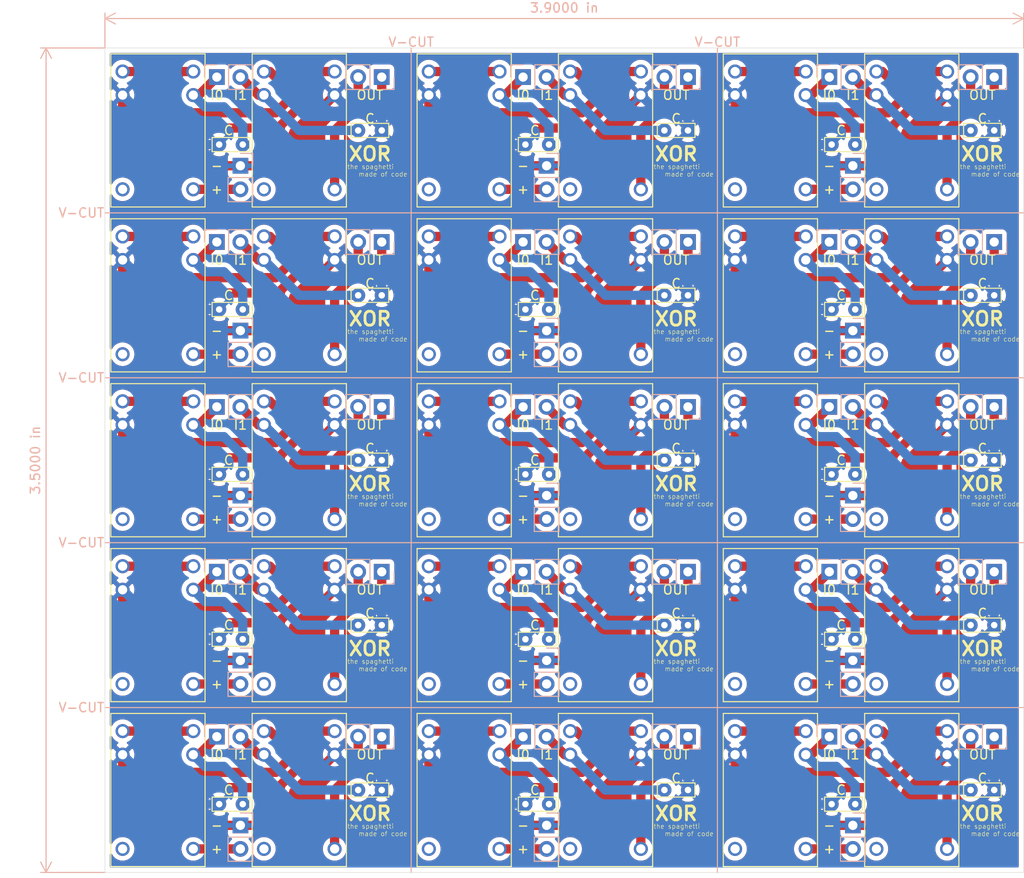
<source format=kicad_pcb>
(kicad_pcb (version 20171130) (host pcbnew "(5.1.6)-1")
  (layers (0 F.Cu signal) (31 B.Cu signal) (34 B.Paste user) (35 F.Paste user) (36 B.SilkS user) (37 F.SilkS user) (38 B.Mask user) (39 F.Mask user) (44 Edge.Cuts user))
  (net 0 "")
  (net 1 GND)
  (net 2 +24V)
  (net 3 "Net-(J3-Pad1)")
  (net 4 "Net-(SPDT1-Pad5)")
  (net 5 "Net-(SPDT1-Pad2)")
  (net 6 "Net-(SPDT1-Pad1)")
  (net 7 "Net-(SPDT2-Pad5)")
  (net 8 "Net-(C1-Pad1)")
  (net 9 "Net-(C2-Pad2)")
  (module Connector_PinHeader_2.54mm:PinHeader_1x02_P2.54mm_Vertical (layer B.Cu) (at 138.43 107.915 90)
    (fp_text reference J3)
    (fp_text value Conn_01x02)
    (pad 1 thru_hole rect (at 0 0 90) (size 1.7 1.7) (drill 1) (layers *.Cu *.Mask) (net 3 "Net-(J3-Pad1)"))
    (pad 2 thru_hole oval (at 0 -2.54 90) (size 1.7 1.7) (drill 1) (layers *.Cu *.Mask) (net 3 "Net-(J3-Pad1)"))
  )
  (module Connector_PinHeader_2.54mm:PinHeader_1x02_P2.54mm_Vertical (layer B.Cu) (at 105.41 107.915 90)
    (fp_text reference J3)
    (fp_text value Conn_01x02)
    (pad 1 thru_hole rect (at 0 0 90) (size 1.7 1.7) (drill 1) (layers *.Cu *.Mask) (net 3 "Net-(J3-Pad1)"))
    (pad 2 thru_hole oval (at 0 -2.54 90) (size 1.7 1.7) (drill 1) (layers *.Cu *.Mask) (net 3 "Net-(J3-Pad1)"))
  )
  (module Connector_PinHeader_2.54mm:PinHeader_1x02_P2.54mm_Vertical (layer B.Cu) (at 72.39 107.915 90)
    (fp_text reference J3)
    (fp_text value Conn_01x02)
    (pad 1 thru_hole rect (at 0 0 90) (size 1.7 1.7) (drill 1) (layers *.Cu *.Mask) (net 3 "Net-(J3-Pad1)"))
    (pad 2 thru_hole oval (at 0 -2.54 90) (size 1.7 1.7) (drill 1) (layers *.Cu *.Mask) (net 3 "Net-(J3-Pad1)"))
  )
  (module Connector_PinHeader_2.54mm:PinHeader_1x02_P2.54mm_Vertical (layer B.Cu) (at 138.43 90.135 90)
    (fp_text reference J3)
    (fp_text value Conn_01x02)
    (pad 1 thru_hole rect (at 0 0 90) (size 1.7 1.7) (drill 1) (layers *.Cu *.Mask) (net 3 "Net-(J3-Pad1)"))
    (pad 2 thru_hole oval (at 0 -2.54 90) (size 1.7 1.7) (drill 1) (layers *.Cu *.Mask) (net 3 "Net-(J3-Pad1)"))
  )
  (module Connector_PinHeader_2.54mm:PinHeader_1x02_P2.54mm_Vertical (layer B.Cu) (at 105.41 90.135 90)
    (fp_text reference J3)
    (fp_text value Conn_01x02)
    (pad 1 thru_hole rect (at 0 0 90) (size 1.7 1.7) (drill 1) (layers *.Cu *.Mask) (net 3 "Net-(J3-Pad1)"))
    (pad 2 thru_hole oval (at 0 -2.54 90) (size 1.7 1.7) (drill 1) (layers *.Cu *.Mask) (net 3 "Net-(J3-Pad1)"))
  )
  (module Connector_PinHeader_2.54mm:PinHeader_1x02_P2.54mm_Vertical (layer B.Cu) (at 72.39 90.135 90)
    (fp_text reference J3)
    (fp_text value Conn_01x02)
    (pad 1 thru_hole rect (at 0 0 90) (size 1.7 1.7) (drill 1) (layers *.Cu *.Mask) (net 3 "Net-(J3-Pad1)"))
    (pad 2 thru_hole oval (at 0 -2.54 90) (size 1.7 1.7) (drill 1) (layers *.Cu *.Mask) (net 3 "Net-(J3-Pad1)"))
  )
  (module Connector_PinHeader_2.54mm:PinHeader_1x02_P2.54mm_Vertical (layer B.Cu) (at 138.43 72.355 90)
    (fp_text reference J3)
    (fp_text value Conn_01x02)
    (pad 1 thru_hole rect (at 0 0 90) (size 1.7 1.7) (drill 1) (layers *.Cu *.Mask) (net 3 "Net-(J3-Pad1)"))
    (pad 2 thru_hole oval (at 0 -2.54 90) (size 1.7 1.7) (drill 1) (layers *.Cu *.Mask) (net 3 "Net-(J3-Pad1)"))
  )
  (module Connector_PinHeader_2.54mm:PinHeader_1x02_P2.54mm_Vertical (layer B.Cu) (at 105.41 72.355 90)
    (fp_text reference J3)
    (fp_text value Conn_01x02)
    (pad 1 thru_hole rect (at 0 0 90) (size 1.7 1.7) (drill 1) (layers *.Cu *.Mask) (net 3 "Net-(J3-Pad1)"))
    (pad 2 thru_hole oval (at 0 -2.54 90) (size 1.7 1.7) (drill 1) (layers *.Cu *.Mask) (net 3 "Net-(J3-Pad1)"))
  )
  (module Connector_PinHeader_2.54mm:PinHeader_1x02_P2.54mm_Vertical (layer B.Cu) (at 72.39 72.355 90)
    (fp_text reference J3)
    (fp_text value Conn_01x02)
    (pad 1 thru_hole rect (at 0 0 90) (size 1.7 1.7) (drill 1) (layers *.Cu *.Mask) (net 3 "Net-(J3-Pad1)"))
    (pad 2 thru_hole oval (at 0 -2.54 90) (size 1.7 1.7) (drill 1) (layers *.Cu *.Mask) (net 3 "Net-(J3-Pad1)"))
  )
  (module Connector_PinHeader_2.54mm:PinHeader_1x02_P2.54mm_Vertical (layer B.Cu) (at 138.43 54.575 90)
    (fp_text reference J3)
    (fp_text value Conn_01x02)
    (pad 1 thru_hole rect (at 0 0 90) (size 1.7 1.7) (drill 1) (layers *.Cu *.Mask) (net 3 "Net-(J3-Pad1)"))
    (pad 2 thru_hole oval (at 0 -2.54 90) (size 1.7 1.7) (drill 1) (layers *.Cu *.Mask) (net 3 "Net-(J3-Pad1)"))
  )
  (module Connector_PinHeader_2.54mm:PinHeader_1x02_P2.54mm_Vertical (layer B.Cu) (at 105.41 54.575 90)
    (fp_text reference J3)
    (fp_text value Conn_01x02)
    (pad 1 thru_hole rect (at 0 0 90) (size 1.7 1.7) (drill 1) (layers *.Cu *.Mask) (net 3 "Net-(J3-Pad1)"))
    (pad 2 thru_hole oval (at 0 -2.54 90) (size 1.7 1.7) (drill 1) (layers *.Cu *.Mask) (net 3 "Net-(J3-Pad1)"))
  )
  (module Connector_PinHeader_2.54mm:PinHeader_1x02_P2.54mm_Vertical (layer B.Cu) (at 72.39 54.575 90)
    (fp_text reference J3)
    (fp_text value Conn_01x02)
    (pad 1 thru_hole rect (at 0 0 90) (size 1.7 1.7) (drill 1) (layers *.Cu *.Mask) (net 3 "Net-(J3-Pad1)"))
    (pad 2 thru_hole oval (at 0 -2.54 90) (size 1.7 1.7) (drill 1) (layers *.Cu *.Mask) (net 3 "Net-(J3-Pad1)"))
  )
  (module Connector_PinHeader_2.54mm:PinHeader_1x02_P2.54mm_Vertical (layer B.Cu) (at 138.43 36.795 90)
    (fp_text reference J3)
    (fp_text value Conn_01x02)
    (pad 1 thru_hole rect (at 0 0 90) (size 1.7 1.7) (drill 1) (layers *.Cu *.Mask) (net 3 "Net-(J3-Pad1)"))
    (pad 2 thru_hole oval (at 0 -2.54 90) (size 1.7 1.7) (drill 1) (layers *.Cu *.Mask) (net 3 "Net-(J3-Pad1)"))
  )
  (module Connector_PinHeader_2.54mm:PinHeader_1x02_P2.54mm_Vertical (layer B.Cu) (at 105.41 36.795 90)
    (fp_text reference J3)
    (fp_text value Conn_01x02)
    (pad 1 thru_hole rect (at 0 0 90) (size 1.7 1.7) (drill 1) (layers *.Cu *.Mask) (net 3 "Net-(J3-Pad1)"))
    (pad 2 thru_hole oval (at 0 -2.54 90) (size 1.7 1.7) (drill 1) (layers *.Cu *.Mask) (net 3 "Net-(J3-Pad1)"))
  )
  (module MiyakeFootprintLib:946H-1C-24D (layer F.Cu) (at 130.81 112.395)
    (fp_text reference SPDT2)
    (fp_text value 946H-1C-24D)
    (pad 6 thru_hole circle (at 2.54 7.62) (size 1.524 1.524) (drill 1) (layers *.Cu *.Mask) (net 3 "Net-(J3-Pad1)"))
    (pad 5 thru_hole circle (at -5.08 7.62) (size 1.524 1.524) (drill 1) (layers *.Cu *.Mask) (net 7 "Net-(SPDT2-Pad5)"))
    (pad 4 thru_hole circle (at -5.08 -2.54) (size 1.524 1.524) (drill 1) (layers *.Cu *.Mask) (net 9 "Net-(C2-Pad2)"))
    (pad 3 thru_hole circle (at 2.54 -2.54) (size 1.524 1.524) (drill 1) (layers *.Cu *.Mask) (net 1 GND))
    (pad 2 thru_hole circle (at 2.54 -5.08) (size 1.524 1.524) (drill 1) (layers *.Cu *.Mask) (net 6 "Net-(SPDT1-Pad1)"))
    (pad 1 thru_hole circle (at -5.08 -5.08) (size 1.524 1.524) (drill 1) (layers *.Cu *.Mask) (net 5 "Net-(SPDT1-Pad2)"))
  )
  (module MiyakeFootprintLib:946H-1C-24D (layer F.Cu) (at 97.79 112.395)
    (fp_text reference SPDT2)
    (fp_text value 946H-1C-24D)
    (pad 6 thru_hole circle (at 2.54 7.62) (size 1.524 1.524) (drill 1) (layers *.Cu *.Mask) (net 3 "Net-(J3-Pad1)"))
    (pad 5 thru_hole circle (at -5.08 7.62) (size 1.524 1.524) (drill 1) (layers *.Cu *.Mask) (net 7 "Net-(SPDT2-Pad5)"))
    (pad 4 thru_hole circle (at -5.08 -2.54) (size 1.524 1.524) (drill 1) (layers *.Cu *.Mask) (net 9 "Net-(C2-Pad2)"))
    (pad 3 thru_hole circle (at 2.54 -2.54) (size 1.524 1.524) (drill 1) (layers *.Cu *.Mask) (net 1 GND))
    (pad 2 thru_hole circle (at 2.54 -5.08) (size 1.524 1.524) (drill 1) (layers *.Cu *.Mask) (net 6 "Net-(SPDT1-Pad1)"))
    (pad 1 thru_hole circle (at -5.08 -5.08) (size 1.524 1.524) (drill 1) (layers *.Cu *.Mask) (net 5 "Net-(SPDT1-Pad2)"))
  )
  (module MiyakeFootprintLib:946H-1C-24D (layer F.Cu) (at 64.77 112.395)
    (fp_text reference SPDT2)
    (fp_text value 946H-1C-24D)
    (pad 6 thru_hole circle (at 2.54 7.62) (size 1.524 1.524) (drill 1) (layers *.Cu *.Mask) (net 3 "Net-(J3-Pad1)"))
    (pad 5 thru_hole circle (at -5.08 7.62) (size 1.524 1.524) (drill 1) (layers *.Cu *.Mask) (net 7 "Net-(SPDT2-Pad5)"))
    (pad 4 thru_hole circle (at -5.08 -2.54) (size 1.524 1.524) (drill 1) (layers *.Cu *.Mask) (net 9 "Net-(C2-Pad2)"))
    (pad 3 thru_hole circle (at 2.54 -2.54) (size 1.524 1.524) (drill 1) (layers *.Cu *.Mask) (net 1 GND))
    (pad 2 thru_hole circle (at 2.54 -5.08) (size 1.524 1.524) (drill 1) (layers *.Cu *.Mask) (net 6 "Net-(SPDT1-Pad1)"))
    (pad 1 thru_hole circle (at -5.08 -5.08) (size 1.524 1.524) (drill 1) (layers *.Cu *.Mask) (net 5 "Net-(SPDT1-Pad2)"))
  )
  (module MiyakeFootprintLib:946H-1C-24D (layer F.Cu) (at 130.81 94.615)
    (fp_text reference SPDT2)
    (fp_text value 946H-1C-24D)
    (pad 6 thru_hole circle (at 2.54 7.62) (size 1.524 1.524) (drill 1) (layers *.Cu *.Mask) (net 3 "Net-(J3-Pad1)"))
    (pad 5 thru_hole circle (at -5.08 7.62) (size 1.524 1.524) (drill 1) (layers *.Cu *.Mask) (net 7 "Net-(SPDT2-Pad5)"))
    (pad 4 thru_hole circle (at -5.08 -2.54) (size 1.524 1.524) (drill 1) (layers *.Cu *.Mask) (net 9 "Net-(C2-Pad2)"))
    (pad 3 thru_hole circle (at 2.54 -2.54) (size 1.524 1.524) (drill 1) (layers *.Cu *.Mask) (net 1 GND))
    (pad 2 thru_hole circle (at 2.54 -5.08) (size 1.524 1.524) (drill 1) (layers *.Cu *.Mask) (net 6 "Net-(SPDT1-Pad1)"))
    (pad 1 thru_hole circle (at -5.08 -5.08) (size 1.524 1.524) (drill 1) (layers *.Cu *.Mask) (net 5 "Net-(SPDT1-Pad2)"))
  )
  (module MiyakeFootprintLib:946H-1C-24D (layer F.Cu) (at 97.79 94.615)
    (fp_text reference SPDT2)
    (fp_text value 946H-1C-24D)
    (pad 6 thru_hole circle (at 2.54 7.62) (size 1.524 1.524) (drill 1) (layers *.Cu *.Mask) (net 3 "Net-(J3-Pad1)"))
    (pad 5 thru_hole circle (at -5.08 7.62) (size 1.524 1.524) (drill 1) (layers *.Cu *.Mask) (net 7 "Net-(SPDT2-Pad5)"))
    (pad 4 thru_hole circle (at -5.08 -2.54) (size 1.524 1.524) (drill 1) (layers *.Cu *.Mask) (net 9 "Net-(C2-Pad2)"))
    (pad 3 thru_hole circle (at 2.54 -2.54) (size 1.524 1.524) (drill 1) (layers *.Cu *.Mask) (net 1 GND))
    (pad 2 thru_hole circle (at 2.54 -5.08) (size 1.524 1.524) (drill 1) (layers *.Cu *.Mask) (net 6 "Net-(SPDT1-Pad1)"))
    (pad 1 thru_hole circle (at -5.08 -5.08) (size 1.524 1.524) (drill 1) (layers *.Cu *.Mask) (net 5 "Net-(SPDT1-Pad2)"))
  )
  (module MiyakeFootprintLib:946H-1C-24D (layer F.Cu) (at 64.77 94.615)
    (fp_text reference SPDT2)
    (fp_text value 946H-1C-24D)
    (pad 6 thru_hole circle (at 2.54 7.62) (size 1.524 1.524) (drill 1) (layers *.Cu *.Mask) (net 3 "Net-(J3-Pad1)"))
    (pad 5 thru_hole circle (at -5.08 7.62) (size 1.524 1.524) (drill 1) (layers *.Cu *.Mask) (net 7 "Net-(SPDT2-Pad5)"))
    (pad 4 thru_hole circle (at -5.08 -2.54) (size 1.524 1.524) (drill 1) (layers *.Cu *.Mask) (net 9 "Net-(C2-Pad2)"))
    (pad 3 thru_hole circle (at 2.54 -2.54) (size 1.524 1.524) (drill 1) (layers *.Cu *.Mask) (net 1 GND))
    (pad 2 thru_hole circle (at 2.54 -5.08) (size 1.524 1.524) (drill 1) (layers *.Cu *.Mask) (net 6 "Net-(SPDT1-Pad1)"))
    (pad 1 thru_hole circle (at -5.08 -5.08) (size 1.524 1.524) (drill 1) (layers *.Cu *.Mask) (net 5 "Net-(SPDT1-Pad2)"))
  )
  (module MiyakeFootprintLib:946H-1C-24D (layer F.Cu) (at 130.81 76.835)
    (fp_text reference SPDT2)
    (fp_text value 946H-1C-24D)
    (pad 6 thru_hole circle (at 2.54 7.62) (size 1.524 1.524) (drill 1) (layers *.Cu *.Mask) (net 3 "Net-(J3-Pad1)"))
    (pad 5 thru_hole circle (at -5.08 7.62) (size 1.524 1.524) (drill 1) (layers *.Cu *.Mask) (net 7 "Net-(SPDT2-Pad5)"))
    (pad 4 thru_hole circle (at -5.08 -2.54) (size 1.524 1.524) (drill 1) (layers *.Cu *.Mask) (net 9 "Net-(C2-Pad2)"))
    (pad 3 thru_hole circle (at 2.54 -2.54) (size 1.524 1.524) (drill 1) (layers *.Cu *.Mask) (net 1 GND))
    (pad 2 thru_hole circle (at 2.54 -5.08) (size 1.524 1.524) (drill 1) (layers *.Cu *.Mask) (net 6 "Net-(SPDT1-Pad1)"))
    (pad 1 thru_hole circle (at -5.08 -5.08) (size 1.524 1.524) (drill 1) (layers *.Cu *.Mask) (net 5 "Net-(SPDT1-Pad2)"))
  )
  (module MiyakeFootprintLib:946H-1C-24D (layer F.Cu) (at 97.79 76.835)
    (fp_text reference SPDT2)
    (fp_text value 946H-1C-24D)
    (pad 6 thru_hole circle (at 2.54 7.62) (size 1.524 1.524) (drill 1) (layers *.Cu *.Mask) (net 3 "Net-(J3-Pad1)"))
    (pad 5 thru_hole circle (at -5.08 7.62) (size 1.524 1.524) (drill 1) (layers *.Cu *.Mask) (net 7 "Net-(SPDT2-Pad5)"))
    (pad 4 thru_hole circle (at -5.08 -2.54) (size 1.524 1.524) (drill 1) (layers *.Cu *.Mask) (net 9 "Net-(C2-Pad2)"))
    (pad 3 thru_hole circle (at 2.54 -2.54) (size 1.524 1.524) (drill 1) (layers *.Cu *.Mask) (net 1 GND))
    (pad 2 thru_hole circle (at 2.54 -5.08) (size 1.524 1.524) (drill 1) (layers *.Cu *.Mask) (net 6 "Net-(SPDT1-Pad1)"))
    (pad 1 thru_hole circle (at -5.08 -5.08) (size 1.524 1.524) (drill 1) (layers *.Cu *.Mask) (net 5 "Net-(SPDT1-Pad2)"))
  )
  (module MiyakeFootprintLib:946H-1C-24D (layer F.Cu) (at 64.77 76.835)
    (fp_text reference SPDT2)
    (fp_text value 946H-1C-24D)
    (pad 6 thru_hole circle (at 2.54 7.62) (size 1.524 1.524) (drill 1) (layers *.Cu *.Mask) (net 3 "Net-(J3-Pad1)"))
    (pad 5 thru_hole circle (at -5.08 7.62) (size 1.524 1.524) (drill 1) (layers *.Cu *.Mask) (net 7 "Net-(SPDT2-Pad5)"))
    (pad 4 thru_hole circle (at -5.08 -2.54) (size 1.524 1.524) (drill 1) (layers *.Cu *.Mask) (net 9 "Net-(C2-Pad2)"))
    (pad 3 thru_hole circle (at 2.54 -2.54) (size 1.524 1.524) (drill 1) (layers *.Cu *.Mask) (net 1 GND))
    (pad 2 thru_hole circle (at 2.54 -5.08) (size 1.524 1.524) (drill 1) (layers *.Cu *.Mask) (net 6 "Net-(SPDT1-Pad1)"))
    (pad 1 thru_hole circle (at -5.08 -5.08) (size 1.524 1.524) (drill 1) (layers *.Cu *.Mask) (net 5 "Net-(SPDT1-Pad2)"))
  )
  (module MiyakeFootprintLib:946H-1C-24D (layer F.Cu) (at 130.81 59.055)
    (fp_text reference SPDT2)
    (fp_text value 946H-1C-24D)
    (pad 6 thru_hole circle (at 2.54 7.62) (size 1.524 1.524) (drill 1) (layers *.Cu *.Mask) (net 3 "Net-(J3-Pad1)"))
    (pad 5 thru_hole circle (at -5.08 7.62) (size 1.524 1.524) (drill 1) (layers *.Cu *.Mask) (net 7 "Net-(SPDT2-Pad5)"))
    (pad 4 thru_hole circle (at -5.08 -2.54) (size 1.524 1.524) (drill 1) (layers *.Cu *.Mask) (net 9 "Net-(C2-Pad2)"))
    (pad 3 thru_hole circle (at 2.54 -2.54) (size 1.524 1.524) (drill 1) (layers *.Cu *.Mask) (net 1 GND))
    (pad 2 thru_hole circle (at 2.54 -5.08) (size 1.524 1.524) (drill 1) (layers *.Cu *.Mask) (net 6 "Net-(SPDT1-Pad1)"))
    (pad 1 thru_hole circle (at -5.08 -5.08) (size 1.524 1.524) (drill 1) (layers *.Cu *.Mask) (net 5 "Net-(SPDT1-Pad2)"))
  )
  (module MiyakeFootprintLib:946H-1C-24D (layer F.Cu) (at 97.79 59.055)
    (fp_text reference SPDT2)
    (fp_text value 946H-1C-24D)
    (pad 6 thru_hole circle (at 2.54 7.62) (size 1.524 1.524) (drill 1) (layers *.Cu *.Mask) (net 3 "Net-(J3-Pad1)"))
    (pad 5 thru_hole circle (at -5.08 7.62) (size 1.524 1.524) (drill 1) (layers *.Cu *.Mask) (net 7 "Net-(SPDT2-Pad5)"))
    (pad 4 thru_hole circle (at -5.08 -2.54) (size 1.524 1.524) (drill 1) (layers *.Cu *.Mask) (net 9 "Net-(C2-Pad2)"))
    (pad 3 thru_hole circle (at 2.54 -2.54) (size 1.524 1.524) (drill 1) (layers *.Cu *.Mask) (net 1 GND))
    (pad 2 thru_hole circle (at 2.54 -5.08) (size 1.524 1.524) (drill 1) (layers *.Cu *.Mask) (net 6 "Net-(SPDT1-Pad1)"))
    (pad 1 thru_hole circle (at -5.08 -5.08) (size 1.524 1.524) (drill 1) (layers *.Cu *.Mask) (net 5 "Net-(SPDT1-Pad2)"))
  )
  (module MiyakeFootprintLib:946H-1C-24D (layer F.Cu) (at 64.77 59.055)
    (fp_text reference SPDT2)
    (fp_text value 946H-1C-24D)
    (pad 6 thru_hole circle (at 2.54 7.62) (size 1.524 1.524) (drill 1) (layers *.Cu *.Mask) (net 3 "Net-(J3-Pad1)"))
    (pad 5 thru_hole circle (at -5.08 7.62) (size 1.524 1.524) (drill 1) (layers *.Cu *.Mask) (net 7 "Net-(SPDT2-Pad5)"))
    (pad 4 thru_hole circle (at -5.08 -2.54) (size 1.524 1.524) (drill 1) (layers *.Cu *.Mask) (net 9 "Net-(C2-Pad2)"))
    (pad 3 thru_hole circle (at 2.54 -2.54) (size 1.524 1.524) (drill 1) (layers *.Cu *.Mask) (net 1 GND))
    (pad 2 thru_hole circle (at 2.54 -5.08) (size 1.524 1.524) (drill 1) (layers *.Cu *.Mask) (net 6 "Net-(SPDT1-Pad1)"))
    (pad 1 thru_hole circle (at -5.08 -5.08) (size 1.524 1.524) (drill 1) (layers *.Cu *.Mask) (net 5 "Net-(SPDT1-Pad2)"))
  )
  (module MiyakeFootprintLib:946H-1C-24D (layer F.Cu) (at 130.81 41.275)
    (fp_text reference SPDT2)
    (fp_text value 946H-1C-24D)
    (pad 6 thru_hole circle (at 2.54 7.62) (size 1.524 1.524) (drill 1) (layers *.Cu *.Mask) (net 3 "Net-(J3-Pad1)"))
    (pad 5 thru_hole circle (at -5.08 7.62) (size 1.524 1.524) (drill 1) (layers *.Cu *.Mask) (net 7 "Net-(SPDT2-Pad5)"))
    (pad 4 thru_hole circle (at -5.08 -2.54) (size 1.524 1.524) (drill 1) (layers *.Cu *.Mask) (net 9 "Net-(C2-Pad2)"))
    (pad 3 thru_hole circle (at 2.54 -2.54) (size 1.524 1.524) (drill 1) (layers *.Cu *.Mask) (net 1 GND))
    (pad 2 thru_hole circle (at 2.54 -5.08) (size 1.524 1.524) (drill 1) (layers *.Cu *.Mask) (net 6 "Net-(SPDT1-Pad1)"))
    (pad 1 thru_hole circle (at -5.08 -5.08) (size 1.524 1.524) (drill 1) (layers *.Cu *.Mask) (net 5 "Net-(SPDT1-Pad2)"))
  )
  (module MiyakeFootprintLib:946H-1C-24D (layer F.Cu) (at 97.79 41.275)
    (fp_text reference SPDT2)
    (fp_text value 946H-1C-24D)
    (pad 6 thru_hole circle (at 2.54 7.62) (size 1.524 1.524) (drill 1) (layers *.Cu *.Mask) (net 3 "Net-(J3-Pad1)"))
    (pad 5 thru_hole circle (at -5.08 7.62) (size 1.524 1.524) (drill 1) (layers *.Cu *.Mask) (net 7 "Net-(SPDT2-Pad5)"))
    (pad 4 thru_hole circle (at -5.08 -2.54) (size 1.524 1.524) (drill 1) (layers *.Cu *.Mask) (net 9 "Net-(C2-Pad2)"))
    (pad 3 thru_hole circle (at 2.54 -2.54) (size 1.524 1.524) (drill 1) (layers *.Cu *.Mask) (net 1 GND))
    (pad 2 thru_hole circle (at 2.54 -5.08) (size 1.524 1.524) (drill 1) (layers *.Cu *.Mask) (net 6 "Net-(SPDT1-Pad1)"))
    (pad 1 thru_hole circle (at -5.08 -5.08) (size 1.524 1.524) (drill 1) (layers *.Cu *.Mask) (net 5 "Net-(SPDT1-Pad2)"))
  )
  (module MiyakeFootprintLib:946H-1C-24D (layer F.Cu) (at 115.57 112.395)
    (fp_text reference SPDT1)
    (fp_text value 946H-1C-24D)
    (pad 1 thru_hole circle (at -5.08 -5.08) (size 1.524 1.524) (drill 1) (layers *.Cu *.Mask) (net 6 "Net-(SPDT1-Pad1)"))
    (pad 2 thru_hole circle (at 2.54 -5.08) (size 1.524 1.524) (drill 1) (layers *.Cu *.Mask) (net 5 "Net-(SPDT1-Pad2)"))
    (pad 3 thru_hole circle (at 2.54 -2.54) (size 1.524 1.524) (drill 1) (layers *.Cu *.Mask) (net 8 "Net-(C1-Pad1)"))
    (pad 4 thru_hole circle (at -5.08 -2.54) (size 1.524 1.524) (drill 1) (layers *.Cu *.Mask) (net 1 GND))
    (pad 5 thru_hole circle (at -5.08 7.62) (size 1.524 1.524) (drill 1) (layers *.Cu *.Mask) (net 4 "Net-(SPDT1-Pad5)"))
    (pad 6 thru_hole circle (at 2.54 7.62) (size 1.524 1.524) (drill 1) (layers *.Cu *.Mask) (net 2 +24V))
  )
  (module MiyakeFootprintLib:946H-1C-24D (layer F.Cu) (at 82.55 112.395)
    (fp_text reference SPDT1)
    (fp_text value 946H-1C-24D)
    (pad 1 thru_hole circle (at -5.08 -5.08) (size 1.524 1.524) (drill 1) (layers *.Cu *.Mask) (net 6 "Net-(SPDT1-Pad1)"))
    (pad 2 thru_hole circle (at 2.54 -5.08) (size 1.524 1.524) (drill 1) (layers *.Cu *.Mask) (net 5 "Net-(SPDT1-Pad2)"))
    (pad 3 thru_hole circle (at 2.54 -2.54) (size 1.524 1.524) (drill 1) (layers *.Cu *.Mask) (net 8 "Net-(C1-Pad1)"))
    (pad 4 thru_hole circle (at -5.08 -2.54) (size 1.524 1.524) (drill 1) (layers *.Cu *.Mask) (net 1 GND))
    (pad 5 thru_hole circle (at -5.08 7.62) (size 1.524 1.524) (drill 1) (layers *.Cu *.Mask) (net 4 "Net-(SPDT1-Pad5)"))
    (pad 6 thru_hole circle (at 2.54 7.62) (size 1.524 1.524) (drill 1) (layers *.Cu *.Mask) (net 2 +24V))
  )
  (module MiyakeFootprintLib:946H-1C-24D (layer F.Cu) (at 49.53 112.395)
    (fp_text reference SPDT1)
    (fp_text value 946H-1C-24D)
    (pad 1 thru_hole circle (at -5.08 -5.08) (size 1.524 1.524) (drill 1) (layers *.Cu *.Mask) (net 6 "Net-(SPDT1-Pad1)"))
    (pad 2 thru_hole circle (at 2.54 -5.08) (size 1.524 1.524) (drill 1) (layers *.Cu *.Mask) (net 5 "Net-(SPDT1-Pad2)"))
    (pad 3 thru_hole circle (at 2.54 -2.54) (size 1.524 1.524) (drill 1) (layers *.Cu *.Mask) (net 8 "Net-(C1-Pad1)"))
    (pad 4 thru_hole circle (at -5.08 -2.54) (size 1.524 1.524) (drill 1) (layers *.Cu *.Mask) (net 1 GND))
    (pad 5 thru_hole circle (at -5.08 7.62) (size 1.524 1.524) (drill 1) (layers *.Cu *.Mask) (net 4 "Net-(SPDT1-Pad5)"))
    (pad 6 thru_hole circle (at 2.54 7.62) (size 1.524 1.524) (drill 1) (layers *.Cu *.Mask) (net 2 +24V))
  )
  (module MiyakeFootprintLib:946H-1C-24D (layer F.Cu) (at 115.57 94.615)
    (fp_text reference SPDT1)
    (fp_text value 946H-1C-24D)
    (pad 1 thru_hole circle (at -5.08 -5.08) (size 1.524 1.524) (drill 1) (layers *.Cu *.Mask) (net 6 "Net-(SPDT1-Pad1)"))
    (pad 2 thru_hole circle (at 2.54 -5.08) (size 1.524 1.524) (drill 1) (layers *.Cu *.Mask) (net 5 "Net-(SPDT1-Pad2)"))
    (pad 3 thru_hole circle (at 2.54 -2.54) (size 1.524 1.524) (drill 1) (layers *.Cu *.Mask) (net 8 "Net-(C1-Pad1)"))
    (pad 4 thru_hole circle (at -5.08 -2.54) (size 1.524 1.524) (drill 1) (layers *.Cu *.Mask) (net 1 GND))
    (pad 5 thru_hole circle (at -5.08 7.62) (size 1.524 1.524) (drill 1) (layers *.Cu *.Mask) (net 4 "Net-(SPDT1-Pad5)"))
    (pad 6 thru_hole circle (at 2.54 7.62) (size 1.524 1.524) (drill 1) (layers *.Cu *.Mask) (net 2 +24V))
  )
  (module MiyakeFootprintLib:946H-1C-24D (layer F.Cu) (at 82.55 94.615)
    (fp_text reference SPDT1)
    (fp_text value 946H-1C-24D)
    (pad 1 thru_hole circle (at -5.08 -5.08) (size 1.524 1.524) (drill 1) (layers *.Cu *.Mask) (net 6 "Net-(SPDT1-Pad1)"))
    (pad 2 thru_hole circle (at 2.54 -5.08) (size 1.524 1.524) (drill 1) (layers *.Cu *.Mask) (net 5 "Net-(SPDT1-Pad2)"))
    (pad 3 thru_hole circle (at 2.54 -2.54) (size 1.524 1.524) (drill 1) (layers *.Cu *.Mask) (net 8 "Net-(C1-Pad1)"))
    (pad 4 thru_hole circle (at -5.08 -2.54) (size 1.524 1.524) (drill 1) (layers *.Cu *.Mask) (net 1 GND))
    (pad 5 thru_hole circle (at -5.08 7.62) (size 1.524 1.524) (drill 1) (layers *.Cu *.Mask) (net 4 "Net-(SPDT1-Pad5)"))
    (pad 6 thru_hole circle (at 2.54 7.62) (size 1.524 1.524) (drill 1) (layers *.Cu *.Mask) (net 2 +24V))
  )
  (module MiyakeFootprintLib:946H-1C-24D (layer F.Cu) (at 49.53 94.615)
    (fp_text reference SPDT1)
    (fp_text value 946H-1C-24D)
    (pad 1 thru_hole circle (at -5.08 -5.08) (size 1.524 1.524) (drill 1) (layers *.Cu *.Mask) (net 6 "Net-(SPDT1-Pad1)"))
    (pad 2 thru_hole circle (at 2.54 -5.08) (size 1.524 1.524) (drill 1) (layers *.Cu *.Mask) (net 5 "Net-(SPDT1-Pad2)"))
    (pad 3 thru_hole circle (at 2.54 -2.54) (size 1.524 1.524) (drill 1) (layers *.Cu *.Mask) (net 8 "Net-(C1-Pad1)"))
    (pad 4 thru_hole circle (at -5.08 -2.54) (size 1.524 1.524) (drill 1) (layers *.Cu *.Mask) (net 1 GND))
    (pad 5 thru_hole circle (at -5.08 7.62) (size 1.524 1.524) (drill 1) (layers *.Cu *.Mask) (net 4 "Net-(SPDT1-Pad5)"))
    (pad 6 thru_hole circle (at 2.54 7.62) (size 1.524 1.524) (drill 1) (layers *.Cu *.Mask) (net 2 +24V))
  )
  (module MiyakeFootprintLib:946H-1C-24D (layer F.Cu) (at 115.57 76.835)
    (fp_text reference SPDT1)
    (fp_text value 946H-1C-24D)
    (pad 1 thru_hole circle (at -5.08 -5.08) (size 1.524 1.524) (drill 1) (layers *.Cu *.Mask) (net 6 "Net-(SPDT1-Pad1)"))
    (pad 2 thru_hole circle (at 2.54 -5.08) (size 1.524 1.524) (drill 1) (layers *.Cu *.Mask) (net 5 "Net-(SPDT1-Pad2)"))
    (pad 3 thru_hole circle (at 2.54 -2.54) (size 1.524 1.524) (drill 1) (layers *.Cu *.Mask) (net 8 "Net-(C1-Pad1)"))
    (pad 4 thru_hole circle (at -5.08 -2.54) (size 1.524 1.524) (drill 1) (layers *.Cu *.Mask) (net 1 GND))
    (pad 5 thru_hole circle (at -5.08 7.62) (size 1.524 1.524) (drill 1) (layers *.Cu *.Mask) (net 4 "Net-(SPDT1-Pad5)"))
    (pad 6 thru_hole circle (at 2.54 7.62) (size 1.524 1.524) (drill 1) (layers *.Cu *.Mask) (net 2 +24V))
  )
  (module MiyakeFootprintLib:946H-1C-24D (layer F.Cu) (at 82.55 76.835)
    (fp_text reference SPDT1)
    (fp_text value 946H-1C-24D)
    (pad 1 thru_hole circle (at -5.08 -5.08) (size 1.524 1.524) (drill 1) (layers *.Cu *.Mask) (net 6 "Net-(SPDT1-Pad1)"))
    (pad 2 thru_hole circle (at 2.54 -5.08) (size 1.524 1.524) (drill 1) (layers *.Cu *.Mask) (net 5 "Net-(SPDT1-Pad2)"))
    (pad 3 thru_hole circle (at 2.54 -2.54) (size 1.524 1.524) (drill 1) (layers *.Cu *.Mask) (net 8 "Net-(C1-Pad1)"))
    (pad 4 thru_hole circle (at -5.08 -2.54) (size 1.524 1.524) (drill 1) (layers *.Cu *.Mask) (net 1 GND))
    (pad 5 thru_hole circle (at -5.08 7.62) (size 1.524 1.524) (drill 1) (layers *.Cu *.Mask) (net 4 "Net-(SPDT1-Pad5)"))
    (pad 6 thru_hole circle (at 2.54 7.62) (size 1.524 1.524) (drill 1) (layers *.Cu *.Mask) (net 2 +24V))
  )
  (module MiyakeFootprintLib:946H-1C-24D (layer F.Cu) (at 49.53 76.835)
    (fp_text reference SPDT1)
    (fp_text value 946H-1C-24D)
    (pad 1 thru_hole circle (at -5.08 -5.08) (size 1.524 1.524) (drill 1) (layers *.Cu *.Mask) (net 6 "Net-(SPDT1-Pad1)"))
    (pad 2 thru_hole circle (at 2.54 -5.08) (size 1.524 1.524) (drill 1) (layers *.Cu *.Mask) (net 5 "Net-(SPDT1-Pad2)"))
    (pad 3 thru_hole circle (at 2.54 -2.54) (size 1.524 1.524) (drill 1) (layers *.Cu *.Mask) (net 8 "Net-(C1-Pad1)"))
    (pad 4 thru_hole circle (at -5.08 -2.54) (size 1.524 1.524) (drill 1) (layers *.Cu *.Mask) (net 1 GND))
    (pad 5 thru_hole circle (at -5.08 7.62) (size 1.524 1.524) (drill 1) (layers *.Cu *.Mask) (net 4 "Net-(SPDT1-Pad5)"))
    (pad 6 thru_hole circle (at 2.54 7.62) (size 1.524 1.524) (drill 1) (layers *.Cu *.Mask) (net 2 +24V))
  )
  (module MiyakeFootprintLib:946H-1C-24D (layer F.Cu) (at 115.57 59.055)
    (fp_text reference SPDT1)
    (fp_text value 946H-1C-24D)
    (pad 1 thru_hole circle (at -5.08 -5.08) (size 1.524 1.524) (drill 1) (layers *.Cu *.Mask) (net 6 "Net-(SPDT1-Pad1)"))
    (pad 2 thru_hole circle (at 2.54 -5.08) (size 1.524 1.524) (drill 1) (layers *.Cu *.Mask) (net 5 "Net-(SPDT1-Pad2)"))
    (pad 3 thru_hole circle (at 2.54 -2.54) (size 1.524 1.524) (drill 1) (layers *.Cu *.Mask) (net 8 "Net-(C1-Pad1)"))
    (pad 4 thru_hole circle (at -5.08 -2.54) (size 1.524 1.524) (drill 1) (layers *.Cu *.Mask) (net 1 GND))
    (pad 5 thru_hole circle (at -5.08 7.62) (size 1.524 1.524) (drill 1) (layers *.Cu *.Mask) (net 4 "Net-(SPDT1-Pad5)"))
    (pad 6 thru_hole circle (at 2.54 7.62) (size 1.524 1.524) (drill 1) (layers *.Cu *.Mask) (net 2 +24V))
  )
  (module MiyakeFootprintLib:946H-1C-24D (layer F.Cu) (at 82.55 59.055)
    (fp_text reference SPDT1)
    (fp_text value 946H-1C-24D)
    (pad 1 thru_hole circle (at -5.08 -5.08) (size 1.524 1.524) (drill 1) (layers *.Cu *.Mask) (net 6 "Net-(SPDT1-Pad1)"))
    (pad 2 thru_hole circle (at 2.54 -5.08) (size 1.524 1.524) (drill 1) (layers *.Cu *.Mask) (net 5 "Net-(SPDT1-Pad2)"))
    (pad 3 thru_hole circle (at 2.54 -2.54) (size 1.524 1.524) (drill 1) (layers *.Cu *.Mask) (net 8 "Net-(C1-Pad1)"))
    (pad 4 thru_hole circle (at -5.08 -2.54) (size 1.524 1.524) (drill 1) (layers *.Cu *.Mask) (net 1 GND))
    (pad 5 thru_hole circle (at -5.08 7.62) (size 1.524 1.524) (drill 1) (layers *.Cu *.Mask) (net 4 "Net-(SPDT1-Pad5)"))
    (pad 6 thru_hole circle (at 2.54 7.62) (size 1.524 1.524) (drill 1) (layers *.Cu *.Mask) (net 2 +24V))
  )
  (module MiyakeFootprintLib:946H-1C-24D (layer F.Cu) (at 49.53 59.055)
    (fp_text reference SPDT1)
    (fp_text value 946H-1C-24D)
    (pad 1 thru_hole circle (at -5.08 -5.08) (size 1.524 1.524) (drill 1) (layers *.Cu *.Mask) (net 6 "Net-(SPDT1-Pad1)"))
    (pad 2 thru_hole circle (at 2.54 -5.08) (size 1.524 1.524) (drill 1) (layers *.Cu *.Mask) (net 5 "Net-(SPDT1-Pad2)"))
    (pad 3 thru_hole circle (at 2.54 -2.54) (size 1.524 1.524) (drill 1) (layers *.Cu *.Mask) (net 8 "Net-(C1-Pad1)"))
    (pad 4 thru_hole circle (at -5.08 -2.54) (size 1.524 1.524) (drill 1) (layers *.Cu *.Mask) (net 1 GND))
    (pad 5 thru_hole circle (at -5.08 7.62) (size 1.524 1.524) (drill 1) (layers *.Cu *.Mask) (net 4 "Net-(SPDT1-Pad5)"))
    (pad 6 thru_hole circle (at 2.54 7.62) (size 1.524 1.524) (drill 1) (layers *.Cu *.Mask) (net 2 +24V))
  )
  (module MiyakeFootprintLib:946H-1C-24D (layer F.Cu) (at 115.57 41.275)
    (fp_text reference SPDT1)
    (fp_text value 946H-1C-24D)
    (pad 1 thru_hole circle (at -5.08 -5.08) (size 1.524 1.524) (drill 1) (layers *.Cu *.Mask) (net 6 "Net-(SPDT1-Pad1)"))
    (pad 2 thru_hole circle (at 2.54 -5.08) (size 1.524 1.524) (drill 1) (layers *.Cu *.Mask) (net 5 "Net-(SPDT1-Pad2)"))
    (pad 3 thru_hole circle (at 2.54 -2.54) (size 1.524 1.524) (drill 1) (layers *.Cu *.Mask) (net 8 "Net-(C1-Pad1)"))
    (pad 4 thru_hole circle (at -5.08 -2.54) (size 1.524 1.524) (drill 1) (layers *.Cu *.Mask) (net 1 GND))
    (pad 5 thru_hole circle (at -5.08 7.62) (size 1.524 1.524) (drill 1) (layers *.Cu *.Mask) (net 4 "Net-(SPDT1-Pad5)"))
    (pad 6 thru_hole circle (at 2.54 7.62) (size 1.524 1.524) (drill 1) (layers *.Cu *.Mask) (net 2 +24V))
  )
  (module MiyakeFootprintLib:946H-1C-24D (layer F.Cu) (at 82.55 41.275)
    (fp_text reference SPDT1)
    (fp_text value 946H-1C-24D)
    (pad 1 thru_hole circle (at -5.08 -5.08) (size 1.524 1.524) (drill 1) (layers *.Cu *.Mask) (net 6 "Net-(SPDT1-Pad1)"))
    (pad 2 thru_hole circle (at 2.54 -5.08) (size 1.524 1.524) (drill 1) (layers *.Cu *.Mask) (net 5 "Net-(SPDT1-Pad2)"))
    (pad 3 thru_hole circle (at 2.54 -2.54) (size 1.524 1.524) (drill 1) (layers *.Cu *.Mask) (net 8 "Net-(C1-Pad1)"))
    (pad 4 thru_hole circle (at -5.08 -2.54) (size 1.524 1.524) (drill 1) (layers *.Cu *.Mask) (net 1 GND))
    (pad 5 thru_hole circle (at -5.08 7.62) (size 1.524 1.524) (drill 1) (layers *.Cu *.Mask) (net 4 "Net-(SPDT1-Pad5)"))
    (pad 6 thru_hole circle (at 2.54 7.62) (size 1.524 1.524) (drill 1) (layers *.Cu *.Mask) (net 2 +24V))
  )
  (module Connector_PinHeader_2.54mm:PinHeader_1x02_P2.54mm_Vertical (layer B.Cu) (at 123.19 117.475 180)
    (fp_text reference J2)
    (fp_text value Conn_01x02)
    (pad 2 thru_hole oval (at 0 -2.54 180) (size 1.7 1.7) (drill 1) (layers *.Cu *.Mask) (net 2 +24V))
    (pad 1 thru_hole rect (at 0 0 180) (size 1.7 1.7) (drill 1) (layers *.Cu *.Mask) (net 1 GND))
  )
  (module Connector_PinHeader_2.54mm:PinHeader_1x02_P2.54mm_Vertical (layer B.Cu) (at 90.17 117.475 180)
    (fp_text reference J2)
    (fp_text value Conn_01x02)
    (pad 2 thru_hole oval (at 0 -2.54 180) (size 1.7 1.7) (drill 1) (layers *.Cu *.Mask) (net 2 +24V))
    (pad 1 thru_hole rect (at 0 0 180) (size 1.7 1.7) (drill 1) (layers *.Cu *.Mask) (net 1 GND))
  )
  (module Connector_PinHeader_2.54mm:PinHeader_1x02_P2.54mm_Vertical (layer B.Cu) (at 57.15 117.475 180)
    (fp_text reference J2)
    (fp_text value Conn_01x02)
    (pad 2 thru_hole oval (at 0 -2.54 180) (size 1.7 1.7) (drill 1) (layers *.Cu *.Mask) (net 2 +24V))
    (pad 1 thru_hole rect (at 0 0 180) (size 1.7 1.7) (drill 1) (layers *.Cu *.Mask) (net 1 GND))
  )
  (module Connector_PinHeader_2.54mm:PinHeader_1x02_P2.54mm_Vertical (layer B.Cu) (at 123.19 99.695 180)
    (fp_text reference J2)
    (fp_text value Conn_01x02)
    (pad 2 thru_hole oval (at 0 -2.54 180) (size 1.7 1.7) (drill 1) (layers *.Cu *.Mask) (net 2 +24V))
    (pad 1 thru_hole rect (at 0 0 180) (size 1.7 1.7) (drill 1) (layers *.Cu *.Mask) (net 1 GND))
  )
  (module Connector_PinHeader_2.54mm:PinHeader_1x02_P2.54mm_Vertical (layer B.Cu) (at 90.17 99.695 180)
    (fp_text reference J2)
    (fp_text value Conn_01x02)
    (pad 2 thru_hole oval (at 0 -2.54 180) (size 1.7 1.7) (drill 1) (layers *.Cu *.Mask) (net 2 +24V))
    (pad 1 thru_hole rect (at 0 0 180) (size 1.7 1.7) (drill 1) (layers *.Cu *.Mask) (net 1 GND))
  )
  (module Connector_PinHeader_2.54mm:PinHeader_1x02_P2.54mm_Vertical (layer B.Cu) (at 57.15 99.695 180)
    (fp_text reference J2)
    (fp_text value Conn_01x02)
    (pad 2 thru_hole oval (at 0 -2.54 180) (size 1.7 1.7) (drill 1) (layers *.Cu *.Mask) (net 2 +24V))
    (pad 1 thru_hole rect (at 0 0 180) (size 1.7 1.7) (drill 1) (layers *.Cu *.Mask) (net 1 GND))
  )
  (module Connector_PinHeader_2.54mm:PinHeader_1x02_P2.54mm_Vertical (layer B.Cu) (at 123.19 81.915 180)
    (fp_text reference J2)
    (fp_text value Conn_01x02)
    (pad 2 thru_hole oval (at 0 -2.54 180) (size 1.7 1.7) (drill 1) (layers *.Cu *.Mask) (net 2 +24V))
    (pad 1 thru_hole rect (at 0 0 180) (size 1.7 1.7) (drill 1) (layers *.Cu *.Mask) (net 1 GND))
  )
  (module Connector_PinHeader_2.54mm:PinHeader_1x02_P2.54mm_Vertical (layer B.Cu) (at 90.17 81.915 180)
    (fp_text reference J2)
    (fp_text value Conn_01x02)
    (pad 2 thru_hole oval (at 0 -2.54 180) (size 1.7 1.7) (drill 1) (layers *.Cu *.Mask) (net 2 +24V))
    (pad 1 thru_hole rect (at 0 0 180) (size 1.7 1.7) (drill 1) (layers *.Cu *.Mask) (net 1 GND))
  )
  (module Connector_PinHeader_2.54mm:PinHeader_1x02_P2.54mm_Vertical (layer B.Cu) (at 57.15 81.915 180)
    (fp_text reference J2)
    (fp_text value Conn_01x02)
    (pad 2 thru_hole oval (at 0 -2.54 180) (size 1.7 1.7) (drill 1) (layers *.Cu *.Mask) (net 2 +24V))
    (pad 1 thru_hole rect (at 0 0 180) (size 1.7 1.7) (drill 1) (layers *.Cu *.Mask) (net 1 GND))
  )
  (module Connector_PinHeader_2.54mm:PinHeader_1x02_P2.54mm_Vertical (layer B.Cu) (at 123.19 64.135 180)
    (fp_text reference J2)
    (fp_text value Conn_01x02)
    (pad 2 thru_hole oval (at 0 -2.54 180) (size 1.7 1.7) (drill 1) (layers *.Cu *.Mask) (net 2 +24V))
    (pad 1 thru_hole rect (at 0 0 180) (size 1.7 1.7) (drill 1) (layers *.Cu *.Mask) (net 1 GND))
  )
  (module Connector_PinHeader_2.54mm:PinHeader_1x02_P2.54mm_Vertical (layer B.Cu) (at 90.17 64.135 180)
    (fp_text reference J2)
    (fp_text value Conn_01x02)
    (pad 2 thru_hole oval (at 0 -2.54 180) (size 1.7 1.7) (drill 1) (layers *.Cu *.Mask) (net 2 +24V))
    (pad 1 thru_hole rect (at 0 0 180) (size 1.7 1.7) (drill 1) (layers *.Cu *.Mask) (net 1 GND))
  )
  (module Connector_PinHeader_2.54mm:PinHeader_1x02_P2.54mm_Vertical (layer B.Cu) (at 57.15 64.135 180)
    (fp_text reference J2)
    (fp_text value Conn_01x02)
    (pad 2 thru_hole oval (at 0 -2.54 180) (size 1.7 1.7) (drill 1) (layers *.Cu *.Mask) (net 2 +24V))
    (pad 1 thru_hole rect (at 0 0 180) (size 1.7 1.7) (drill 1) (layers *.Cu *.Mask) (net 1 GND))
  )
  (module Connector_PinHeader_2.54mm:PinHeader_1x02_P2.54mm_Vertical (layer B.Cu) (at 123.19 46.355 180)
    (fp_text reference J2)
    (fp_text value Conn_01x02)
    (pad 2 thru_hole oval (at 0 -2.54 180) (size 1.7 1.7) (drill 1) (layers *.Cu *.Mask) (net 2 +24V))
    (pad 1 thru_hole rect (at 0 0 180) (size 1.7 1.7) (drill 1) (layers *.Cu *.Mask) (net 1 GND))
  )
  (module Connector_PinHeader_2.54mm:PinHeader_1x02_P2.54mm_Vertical (layer B.Cu) (at 90.17 46.355 180)
    (fp_text reference J2)
    (fp_text value Conn_01x02)
    (pad 2 thru_hole oval (at 0 -2.54 180) (size 1.7 1.7) (drill 1) (layers *.Cu *.Mask) (net 2 +24V))
    (pad 1 thru_hole rect (at 0 0 180) (size 1.7 1.7) (drill 1) (layers *.Cu *.Mask) (net 1 GND))
  )
  (module MiyakeFootprintLib:Condensor (layer F.Cu) (at 123.444 115.189 180)
    (fp_text reference C1)
    (fp_text value C)
    (pad 1 thru_hole circle (at 0 0 180) (size 1.524 1.524) (drill 0.7) (layers *.Cu *.Mask) (net 8 "Net-(C1-Pad1)"))
    (pad 2 thru_hole circle (at 2.54 0 180) (size 1.524 1.524) (drill 0.7) (layers *.Cu *.Mask) (net 1 GND))
  )
  (module MiyakeFootprintLib:Condensor (layer F.Cu) (at 90.424 115.189 180)
    (fp_text reference C1)
    (fp_text value C)
    (pad 1 thru_hole circle (at 0 0 180) (size 1.524 1.524) (drill 0.7) (layers *.Cu *.Mask) (net 8 "Net-(C1-Pad1)"))
    (pad 2 thru_hole circle (at 2.54 0 180) (size 1.524 1.524) (drill 0.7) (layers *.Cu *.Mask) (net 1 GND))
  )
  (module MiyakeFootprintLib:Condensor (layer F.Cu) (at 57.404 115.189 180)
    (fp_text reference C1)
    (fp_text value C)
    (pad 1 thru_hole circle (at 0 0 180) (size 1.524 1.524) (drill 0.7) (layers *.Cu *.Mask) (net 8 "Net-(C1-Pad1)"))
    (pad 2 thru_hole circle (at 2.54 0 180) (size 1.524 1.524) (drill 0.7) (layers *.Cu *.Mask) (net 1 GND))
  )
  (module MiyakeFootprintLib:Condensor (layer F.Cu) (at 123.444 97.409 180)
    (fp_text reference C1)
    (fp_text value C)
    (pad 1 thru_hole circle (at 0 0 180) (size 1.524 1.524) (drill 0.7) (layers *.Cu *.Mask) (net 8 "Net-(C1-Pad1)"))
    (pad 2 thru_hole circle (at 2.54 0 180) (size 1.524 1.524) (drill 0.7) (layers *.Cu *.Mask) (net 1 GND))
  )
  (module MiyakeFootprintLib:Condensor (layer F.Cu) (at 90.424 97.409 180)
    (fp_text reference C1)
    (fp_text value C)
    (pad 1 thru_hole circle (at 0 0 180) (size 1.524 1.524) (drill 0.7) (layers *.Cu *.Mask) (net 8 "Net-(C1-Pad1)"))
    (pad 2 thru_hole circle (at 2.54 0 180) (size 1.524 1.524) (drill 0.7) (layers *.Cu *.Mask) (net 1 GND))
  )
  (module MiyakeFootprintLib:Condensor (layer F.Cu) (at 57.404 97.409 180)
    (fp_text reference C1)
    (fp_text value C)
    (pad 1 thru_hole circle (at 0 0 180) (size 1.524 1.524) (drill 0.7) (layers *.Cu *.Mask) (net 8 "Net-(C1-Pad1)"))
    (pad 2 thru_hole circle (at 2.54 0 180) (size 1.524 1.524) (drill 0.7) (layers *.Cu *.Mask) (net 1 GND))
  )
  (module MiyakeFootprintLib:Condensor (layer F.Cu) (at 123.444 79.629 180)
    (fp_text reference C1)
    (fp_text value C)
    (pad 1 thru_hole circle (at 0 0 180) (size 1.524 1.524) (drill 0.7) (layers *.Cu *.Mask) (net 8 "Net-(C1-Pad1)"))
    (pad 2 thru_hole circle (at 2.54 0 180) (size 1.524 1.524) (drill 0.7) (layers *.Cu *.Mask) (net 1 GND))
  )
  (module MiyakeFootprintLib:Condensor (layer F.Cu) (at 90.424 79.629 180)
    (fp_text reference C1)
    (fp_text value C)
    (pad 1 thru_hole circle (at 0 0 180) (size 1.524 1.524) (drill 0.7) (layers *.Cu *.Mask) (net 8 "Net-(C1-Pad1)"))
    (pad 2 thru_hole circle (at 2.54 0 180) (size 1.524 1.524) (drill 0.7) (layers *.Cu *.Mask) (net 1 GND))
  )
  (module MiyakeFootprintLib:Condensor (layer F.Cu) (at 57.404 79.629 180)
    (fp_text reference C1)
    (fp_text value C)
    (pad 1 thru_hole circle (at 0 0 180) (size 1.524 1.524) (drill 0.7) (layers *.Cu *.Mask) (net 8 "Net-(C1-Pad1)"))
    (pad 2 thru_hole circle (at 2.54 0 180) (size 1.524 1.524) (drill 0.7) (layers *.Cu *.Mask) (net 1 GND))
  )
  (module MiyakeFootprintLib:Condensor (layer F.Cu) (at 123.444 61.849 180)
    (fp_text reference C1)
    (fp_text value C)
    (pad 1 thru_hole circle (at 0 0 180) (size 1.524 1.524) (drill 0.7) (layers *.Cu *.Mask) (net 8 "Net-(C1-Pad1)"))
    (pad 2 thru_hole circle (at 2.54 0 180) (size 1.524 1.524) (drill 0.7) (layers *.Cu *.Mask) (net 1 GND))
  )
  (module MiyakeFootprintLib:Condensor (layer F.Cu) (at 90.424 61.849 180)
    (fp_text reference C1)
    (fp_text value C)
    (pad 1 thru_hole circle (at 0 0 180) (size 1.524 1.524) (drill 0.7) (layers *.Cu *.Mask) (net 8 "Net-(C1-Pad1)"))
    (pad 2 thru_hole circle (at 2.54 0 180) (size 1.524 1.524) (drill 0.7) (layers *.Cu *.Mask) (net 1 GND))
  )
  (module MiyakeFootprintLib:Condensor (layer F.Cu) (at 57.404 61.849 180)
    (fp_text reference C1)
    (fp_text value C)
    (pad 1 thru_hole circle (at 0 0 180) (size 1.524 1.524) (drill 0.7) (layers *.Cu *.Mask) (net 8 "Net-(C1-Pad1)"))
    (pad 2 thru_hole circle (at 2.54 0 180) (size 1.524 1.524) (drill 0.7) (layers *.Cu *.Mask) (net 1 GND))
  )
  (module MiyakeFootprintLib:Condensor (layer F.Cu) (at 123.444 44.069 180)
    (fp_text reference C1)
    (fp_text value C)
    (pad 1 thru_hole circle (at 0 0 180) (size 1.524 1.524) (drill 0.7) (layers *.Cu *.Mask) (net 8 "Net-(C1-Pad1)"))
    (pad 2 thru_hole circle (at 2.54 0 180) (size 1.524 1.524) (drill 0.7) (layers *.Cu *.Mask) (net 1 GND))
  )
  (module MiyakeFootprintLib:Condensor (layer F.Cu) (at 90.424 44.069 180)
    (fp_text reference C1)
    (fp_text value C)
    (pad 1 thru_hole circle (at 0 0 180) (size 1.524 1.524) (drill 0.7) (layers *.Cu *.Mask) (net 8 "Net-(C1-Pad1)"))
    (pad 2 thru_hole circle (at 2.54 0 180) (size 1.524 1.524) (drill 0.7) (layers *.Cu *.Mask) (net 1 GND))
  )
  (module Connector_PinHeader_2.54mm:PinHeader_1x02_P2.54mm_Vertical (layer B.Cu) (at 120.65 107.915 270)
    (fp_text reference J1)
    (fp_text value Conn_01x02)
    (pad 2 thru_hole oval (at 0 -2.54 270) (size 1.7 1.7) (drill 1) (layers *.Cu *.Mask) (net 9 "Net-(C2-Pad2)"))
    (pad 1 thru_hole rect (at 0 0 270) (size 1.7 1.7) (drill 1) (layers *.Cu *.Mask) (net 8 "Net-(C1-Pad1)"))
  )
  (module Connector_PinHeader_2.54mm:PinHeader_1x02_P2.54mm_Vertical (layer B.Cu) (at 87.63 107.915 270)
    (fp_text reference J1)
    (fp_text value Conn_01x02)
    (pad 2 thru_hole oval (at 0 -2.54 270) (size 1.7 1.7) (drill 1) (layers *.Cu *.Mask) (net 9 "Net-(C2-Pad2)"))
    (pad 1 thru_hole rect (at 0 0 270) (size 1.7 1.7) (drill 1) (layers *.Cu *.Mask) (net 8 "Net-(C1-Pad1)"))
  )
  (module Connector_PinHeader_2.54mm:PinHeader_1x02_P2.54mm_Vertical (layer B.Cu) (at 54.61 107.915 270)
    (fp_text reference J1)
    (fp_text value Conn_01x02)
    (pad 2 thru_hole oval (at 0 -2.54 270) (size 1.7 1.7) (drill 1) (layers *.Cu *.Mask) (net 9 "Net-(C2-Pad2)"))
    (pad 1 thru_hole rect (at 0 0 270) (size 1.7 1.7) (drill 1) (layers *.Cu *.Mask) (net 8 "Net-(C1-Pad1)"))
  )
  (module Connector_PinHeader_2.54mm:PinHeader_1x02_P2.54mm_Vertical (layer B.Cu) (at 120.65 90.135 270)
    (fp_text reference J1)
    (fp_text value Conn_01x02)
    (pad 2 thru_hole oval (at 0 -2.54 270) (size 1.7 1.7) (drill 1) (layers *.Cu *.Mask) (net 9 "Net-(C2-Pad2)"))
    (pad 1 thru_hole rect (at 0 0 270) (size 1.7 1.7) (drill 1) (layers *.Cu *.Mask) (net 8 "Net-(C1-Pad1)"))
  )
  (module Connector_PinHeader_2.54mm:PinHeader_1x02_P2.54mm_Vertical (layer B.Cu) (at 87.63 90.135 270)
    (fp_text reference J1)
    (fp_text value Conn_01x02)
    (pad 2 thru_hole oval (at 0 -2.54 270) (size 1.7 1.7) (drill 1) (layers *.Cu *.Mask) (net 9 "Net-(C2-Pad2)"))
    (pad 1 thru_hole rect (at 0 0 270) (size 1.7 1.7) (drill 1) (layers *.Cu *.Mask) (net 8 "Net-(C1-Pad1)"))
  )
  (module Connector_PinHeader_2.54mm:PinHeader_1x02_P2.54mm_Vertical (layer B.Cu) (at 54.61 90.135 270)
    (fp_text reference J1)
    (fp_text value Conn_01x02)
    (pad 2 thru_hole oval (at 0 -2.54 270) (size 1.7 1.7) (drill 1) (layers *.Cu *.Mask) (net 9 "Net-(C2-Pad2)"))
    (pad 1 thru_hole rect (at 0 0 270) (size 1.7 1.7) (drill 1) (layers *.Cu *.Mask) (net 8 "Net-(C1-Pad1)"))
  )
  (module Connector_PinHeader_2.54mm:PinHeader_1x02_P2.54mm_Vertical (layer B.Cu) (at 120.65 72.355 270)
    (fp_text reference J1)
    (fp_text value Conn_01x02)
    (pad 2 thru_hole oval (at 0 -2.54 270) (size 1.7 1.7) (drill 1) (layers *.Cu *.Mask) (net 9 "Net-(C2-Pad2)"))
    (pad 1 thru_hole rect (at 0 0 270) (size 1.7 1.7) (drill 1) (layers *.Cu *.Mask) (net 8 "Net-(C1-Pad1)"))
  )
  (module Connector_PinHeader_2.54mm:PinHeader_1x02_P2.54mm_Vertical (layer B.Cu) (at 87.63 72.355 270)
    (fp_text reference J1)
    (fp_text value Conn_01x02)
    (pad 2 thru_hole oval (at 0 -2.54 270) (size 1.7 1.7) (drill 1) (layers *.Cu *.Mask) (net 9 "Net-(C2-Pad2)"))
    (pad 1 thru_hole rect (at 0 0 270) (size 1.7 1.7) (drill 1) (layers *.Cu *.Mask) (net 8 "Net-(C1-Pad1)"))
  )
  (module Connector_PinHeader_2.54mm:PinHeader_1x02_P2.54mm_Vertical (layer B.Cu) (at 54.61 72.355 270)
    (fp_text reference J1)
    (fp_text value Conn_01x02)
    (pad 2 thru_hole oval (at 0 -2.54 270) (size 1.7 1.7) (drill 1) (layers *.Cu *.Mask) (net 9 "Net-(C2-Pad2)"))
    (pad 1 thru_hole rect (at 0 0 270) (size 1.7 1.7) (drill 1) (layers *.Cu *.Mask) (net 8 "Net-(C1-Pad1)"))
  )
  (module Connector_PinHeader_2.54mm:PinHeader_1x02_P2.54mm_Vertical (layer B.Cu) (at 120.65 54.575 270)
    (fp_text reference J1)
    (fp_text value Conn_01x02)
    (pad 2 thru_hole oval (at 0 -2.54 270) (size 1.7 1.7) (drill 1) (layers *.Cu *.Mask) (net 9 "Net-(C2-Pad2)"))
    (pad 1 thru_hole rect (at 0 0 270) (size 1.7 1.7) (drill 1) (layers *.Cu *.Mask) (net 8 "Net-(C1-Pad1)"))
  )
  (module Connector_PinHeader_2.54mm:PinHeader_1x02_P2.54mm_Vertical (layer B.Cu) (at 87.63 54.575 270)
    (fp_text reference J1)
    (fp_text value Conn_01x02)
    (pad 2 thru_hole oval (at 0 -2.54 270) (size 1.7 1.7) (drill 1) (layers *.Cu *.Mask) (net 9 "Net-(C2-Pad2)"))
    (pad 1 thru_hole rect (at 0 0 270) (size 1.7 1.7) (drill 1) (layers *.Cu *.Mask) (net 8 "Net-(C1-Pad1)"))
  )
  (module Connector_PinHeader_2.54mm:PinHeader_1x02_P2.54mm_Vertical (layer B.Cu) (at 54.61 54.575 270)
    (fp_text reference J1)
    (fp_text value Conn_01x02)
    (pad 2 thru_hole oval (at 0 -2.54 270) (size 1.7 1.7) (drill 1) (layers *.Cu *.Mask) (net 9 "Net-(C2-Pad2)"))
    (pad 1 thru_hole rect (at 0 0 270) (size 1.7 1.7) (drill 1) (layers *.Cu *.Mask) (net 8 "Net-(C1-Pad1)"))
  )
  (module Connector_PinHeader_2.54mm:PinHeader_1x02_P2.54mm_Vertical (layer B.Cu) (at 120.65 36.795 270)
    (fp_text reference J1)
    (fp_text value Conn_01x02)
    (pad 2 thru_hole oval (at 0 -2.54 270) (size 1.7 1.7) (drill 1) (layers *.Cu *.Mask) (net 9 "Net-(C2-Pad2)"))
    (pad 1 thru_hole rect (at 0 0 270) (size 1.7 1.7) (drill 1) (layers *.Cu *.Mask) (net 8 "Net-(C1-Pad1)"))
  )
  (module Connector_PinHeader_2.54mm:PinHeader_1x02_P2.54mm_Vertical (layer B.Cu) (at 87.63 36.795 270)
    (fp_text reference J1)
    (fp_text value Conn_01x02)
    (pad 2 thru_hole oval (at 0 -2.54 270) (size 1.7 1.7) (drill 1) (layers *.Cu *.Mask) (net 9 "Net-(C2-Pad2)"))
    (pad 1 thru_hole rect (at 0 0 270) (size 1.7 1.7) (drill 1) (layers *.Cu *.Mask) (net 8 "Net-(C1-Pad1)"))
  )
  (module MiyakeFootprintLib:Condensor (layer F.Cu) (at 138.43 113.665 180)
    (fp_text reference C2)
    (fp_text value C)
    (pad 2 thru_hole circle (at 2.54 0 180) (size 1.524 1.524) (drill 0.7) (layers *.Cu *.Mask) (net 9 "Net-(C2-Pad2)"))
    (pad 1 thru_hole circle (at 0 0 180) (size 1.524 1.524) (drill 0.7) (layers *.Cu *.Mask) (net 1 GND))
  )
  (module MiyakeFootprintLib:Condensor (layer F.Cu) (at 105.41 113.665 180)
    (fp_text reference C2)
    (fp_text value C)
    (pad 2 thru_hole circle (at 2.54 0 180) (size 1.524 1.524) (drill 0.7) (layers *.Cu *.Mask) (net 9 "Net-(C2-Pad2)"))
    (pad 1 thru_hole circle (at 0 0 180) (size 1.524 1.524) (drill 0.7) (layers *.Cu *.Mask) (net 1 GND))
  )
  (module MiyakeFootprintLib:Condensor (layer F.Cu) (at 72.39 113.665 180)
    (fp_text reference C2)
    (fp_text value C)
    (pad 2 thru_hole circle (at 2.54 0 180) (size 1.524 1.524) (drill 0.7) (layers *.Cu *.Mask) (net 9 "Net-(C2-Pad2)"))
    (pad 1 thru_hole circle (at 0 0 180) (size 1.524 1.524) (drill 0.7) (layers *.Cu *.Mask) (net 1 GND))
  )
  (module MiyakeFootprintLib:Condensor (layer F.Cu) (at 138.43 95.885 180)
    (fp_text reference C2)
    (fp_text value C)
    (pad 2 thru_hole circle (at 2.54 0 180) (size 1.524 1.524) (drill 0.7) (layers *.Cu *.Mask) (net 9 "Net-(C2-Pad2)"))
    (pad 1 thru_hole circle (at 0 0 180) (size 1.524 1.524) (drill 0.7) (layers *.Cu *.Mask) (net 1 GND))
  )
  (module MiyakeFootprintLib:Condensor (layer F.Cu) (at 105.41 95.885 180)
    (fp_text reference C2)
    (fp_text value C)
    (pad 2 thru_hole circle (at 2.54 0 180) (size 1.524 1.524) (drill 0.7) (layers *.Cu *.Mask) (net 9 "Net-(C2-Pad2)"))
    (pad 1 thru_hole circle (at 0 0 180) (size 1.524 1.524) (drill 0.7) (layers *.Cu *.Mask) (net 1 GND))
  )
  (module MiyakeFootprintLib:Condensor (layer F.Cu) (at 72.39 95.885 180)
    (fp_text reference C2)
    (fp_text value C)
    (pad 2 thru_hole circle (at 2.54 0 180) (size 1.524 1.524) (drill 0.7) (layers *.Cu *.Mask) (net 9 "Net-(C2-Pad2)"))
    (pad 1 thru_hole circle (at 0 0 180) (size 1.524 1.524) (drill 0.7) (layers *.Cu *.Mask) (net 1 GND))
  )
  (module MiyakeFootprintLib:Condensor (layer F.Cu) (at 138.43 78.105 180)
    (fp_text reference C2)
    (fp_text value C)
    (pad 2 thru_hole circle (at 2.54 0 180) (size 1.524 1.524) (drill 0.7) (layers *.Cu *.Mask) (net 9 "Net-(C2-Pad2)"))
    (pad 1 thru_hole circle (at 0 0 180) (size 1.524 1.524) (drill 0.7) (layers *.Cu *.Mask) (net 1 GND))
  )
  (module MiyakeFootprintLib:Condensor (layer F.Cu) (at 105.41 78.105 180)
    (fp_text reference C2)
    (fp_text value C)
    (pad 2 thru_hole circle (at 2.54 0 180) (size 1.524 1.524) (drill 0.7) (layers *.Cu *.Mask) (net 9 "Net-(C2-Pad2)"))
    (pad 1 thru_hole circle (at 0 0 180) (size 1.524 1.524) (drill 0.7) (layers *.Cu *.Mask) (net 1 GND))
  )
  (module MiyakeFootprintLib:Condensor (layer F.Cu) (at 72.39 78.105 180)
    (fp_text reference C2)
    (fp_text value C)
    (pad 2 thru_hole circle (at 2.54 0 180) (size 1.524 1.524) (drill 0.7) (layers *.Cu *.Mask) (net 9 "Net-(C2-Pad2)"))
    (pad 1 thru_hole circle (at 0 0 180) (size 1.524 1.524) (drill 0.7) (layers *.Cu *.Mask) (net 1 GND))
  )
  (module MiyakeFootprintLib:Condensor (layer F.Cu) (at 138.43 60.325 180)
    (fp_text reference C2)
    (fp_text value C)
    (pad 2 thru_hole circle (at 2.54 0 180) (size 1.524 1.524) (drill 0.7) (layers *.Cu *.Mask) (net 9 "Net-(C2-Pad2)"))
    (pad 1 thru_hole circle (at 0 0 180) (size 1.524 1.524) (drill 0.7) (layers *.Cu *.Mask) (net 1 GND))
  )
  (module MiyakeFootprintLib:Condensor (layer F.Cu) (at 105.41 60.325 180)
    (fp_text reference C2)
    (fp_text value C)
    (pad 2 thru_hole circle (at 2.54 0 180) (size 1.524 1.524) (drill 0.7) (layers *.Cu *.Mask) (net 9 "Net-(C2-Pad2)"))
    (pad 1 thru_hole circle (at 0 0 180) (size 1.524 1.524) (drill 0.7) (layers *.Cu *.Mask) (net 1 GND))
  )
  (module MiyakeFootprintLib:Condensor (layer F.Cu) (at 72.39 60.325 180)
    (fp_text reference C2)
    (fp_text value C)
    (pad 2 thru_hole circle (at 2.54 0 180) (size 1.524 1.524) (drill 0.7) (layers *.Cu *.Mask) (net 9 "Net-(C2-Pad2)"))
    (pad 1 thru_hole circle (at 0 0 180) (size 1.524 1.524) (drill 0.7) (layers *.Cu *.Mask) (net 1 GND))
  )
  (module MiyakeFootprintLib:Condensor (layer F.Cu) (at 138.43 42.545 180)
    (fp_text reference C2)
    (fp_text value C)
    (pad 2 thru_hole circle (at 2.54 0 180) (size 1.524 1.524) (drill 0.7) (layers *.Cu *.Mask) (net 9 "Net-(C2-Pad2)"))
    (pad 1 thru_hole circle (at 0 0 180) (size 1.524 1.524) (drill 0.7) (layers *.Cu *.Mask) (net 1 GND))
  )
  (module MiyakeFootprintLib:Condensor (layer F.Cu) (at 105.41 42.545 180)
    (fp_text reference C2)
    (fp_text value C)
    (pad 2 thru_hole circle (at 2.54 0 180) (size 1.524 1.524) (drill 0.7) (layers *.Cu *.Mask) (net 9 "Net-(C2-Pad2)"))
    (pad 1 thru_hole circle (at 0 0 180) (size 1.524 1.524) (drill 0.7) (layers *.Cu *.Mask) (net 1 GND))
  )
  (module MiyakeFootprintLib:Condensor (layer F.Cu) (at 57.404 44.069 180)
    (fp_text reference C1)
    (fp_text value C)
    (pad 2 thru_hole circle (at 2.54 0 180) (size 1.524 1.524) (drill 0.7) (layers *.Cu *.Mask) (net 1 GND))
    (pad 1 thru_hole circle (at 0 0 180) (size 1.524 1.524) (drill 0.7) (layers *.Cu *.Mask) (net 8 "Net-(C1-Pad1)"))
  )
  (module MiyakeFootprintLib:Condensor (layer F.Cu) (at 72.39 42.545 180)
    (fp_text reference C2)
    (fp_text value C)
    (pad 1 thru_hole circle (at 0 0 180) (size 1.524 1.524) (drill 0.7) (layers *.Cu *.Mask) (net 1 GND))
    (pad 2 thru_hole circle (at 2.54 0 180) (size 1.524 1.524) (drill 0.7) (layers *.Cu *.Mask) (net 9 "Net-(C2-Pad2)"))
  )
  (module Connector_PinHeader_2.54mm:PinHeader_1x02_P2.54mm_Vertical (layer B.Cu) (at 54.61 36.795 270)
    (fp_text reference J1)
    (fp_text value Conn_01x02)
    (pad 1 thru_hole rect (at 0 0 270) (size 1.7 1.7) (drill 1) (layers *.Cu *.Mask) (net 8 "Net-(C1-Pad1)"))
    (pad 2 thru_hole oval (at 0 -2.54 270) (size 1.7 1.7) (drill 1) (layers *.Cu *.Mask) (net 9 "Net-(C2-Pad2)"))
  )
  (module Connector_PinHeader_2.54mm:PinHeader_1x02_P2.54mm_Vertical (layer B.Cu) (at 57.15 46.355 180)
    (fp_text reference J2)
    (fp_text value Conn_01x02)
    (pad 1 thru_hole rect (at 0 0 180) (size 1.7 1.7) (drill 1) (layers *.Cu *.Mask) (net 1 GND))
    (pad 2 thru_hole oval (at 0 -2.54 180) (size 1.7 1.7) (drill 1) (layers *.Cu *.Mask) (net 2 +24V))
  )
  (module Connector_PinHeader_2.54mm:PinHeader_1x02_P2.54mm_Vertical (layer B.Cu) (at 72.39 36.795 90)
    (fp_text reference J3)
    (fp_text value Conn_01x02)
    (pad 2 thru_hole oval (at 0 -2.54 90) (size 1.7 1.7) (drill 1) (layers *.Cu *.Mask) (net 3 "Net-(J3-Pad1)"))
    (pad 1 thru_hole rect (at 0 0 90) (size 1.7 1.7) (drill 1) (layers *.Cu *.Mask) (net 3 "Net-(J3-Pad1)"))
  )
  (module MiyakeFootprintLib:946H-1C-24D (layer F.Cu) (at 49.53 41.275)
    (fp_text reference SPDT1)
    (fp_text value 946H-1C-24D)
    (pad 6 thru_hole circle (at 2.54 7.62) (size 1.524 1.524) (drill 1) (layers *.Cu *.Mask) (net 2 +24V))
    (pad 5 thru_hole circle (at -5.08 7.62) (size 1.524 1.524) (drill 1) (layers *.Cu *.Mask) (net 4 "Net-(SPDT1-Pad5)"))
    (pad 4 thru_hole circle (at -5.08 -2.54) (size 1.524 1.524) (drill 1) (layers *.Cu *.Mask) (net 1 GND))
    (pad 3 thru_hole circle (at 2.54 -2.54) (size 1.524 1.524) (drill 1) (layers *.Cu *.Mask) (net 8 "Net-(C1-Pad1)"))
    (pad 2 thru_hole circle (at 2.54 -5.08) (size 1.524 1.524) (drill 1) (layers *.Cu *.Mask) (net 5 "Net-(SPDT1-Pad2)"))
    (pad 1 thru_hole circle (at -5.08 -5.08) (size 1.524 1.524) (drill 1) (layers *.Cu *.Mask) (net 6 "Net-(SPDT1-Pad1)"))
  )
  (module MiyakeFootprintLib:946H-1C-24D (layer F.Cu) (at 64.77 41.275)
    (fp_text reference SPDT2)
    (fp_text value 946H-1C-24D)
    (pad 1 thru_hole circle (at -5.08 -5.08) (size 1.524 1.524) (drill 1) (layers *.Cu *.Mask) (net 5 "Net-(SPDT1-Pad2)"))
    (pad 2 thru_hole circle (at 2.54 -5.08) (size 1.524 1.524) (drill 1) (layers *.Cu *.Mask) (net 6 "Net-(SPDT1-Pad1)"))
    (pad 3 thru_hole circle (at 2.54 -2.54) (size 1.524 1.524) (drill 1) (layers *.Cu *.Mask) (net 1 GND))
    (pad 4 thru_hole circle (at -5.08 -2.54) (size 1.524 1.524) (drill 1) (layers *.Cu *.Mask) (net 9 "Net-(C2-Pad2)"))
    (pad 5 thru_hole circle (at -5.08 7.62) (size 1.524 1.524) (drill 1) (layers *.Cu *.Mask) (net 7 "Net-(SPDT2-Pad5)"))
    (pad 6 thru_hole circle (at 2.54 7.62) (size 1.524 1.524) (drill 1) (layers *.Cu *.Mask) (net 3 "Net-(J3-Pad1)"))
  )
  (dimension 88.9 (width 0.12) (layer B.SilkS) (gr_text "88.900 mm" (at 34.925001 78.105 270) (layer B.SilkS) (effects (font (size 1 1) (thickness 0.15)))) (feature1 (pts (xy 42.545 122.555) (xy 35.60858 122.555))) (feature2 (pts (xy 42.545 33.655) (xy 35.60858 33.655))) (crossbar (pts (xy 36.195001 33.655) (xy 36.195001 122.555))) (arrow1a (pts (xy 36.195001 122.555) (xy 35.60858 121.428496))) (arrow1b (pts (xy 36.195001 122.555) (xy 36.781422 121.428496))) (arrow2a (pts (xy 36.195001 33.655) (xy 35.60858 34.781504))) (arrow2b (pts (xy 36.195001 33.655) (xy 36.781422 34.781504))))
  (dimension 99.06 (width 0.12) (layer B.SilkS) (gr_text "99.060 mm" (at 92.075 29.21) (layer B.SilkS) (effects (font (size 1 1) (thickness 0.15)))) (feature1 (pts (xy 141.605 33.655) (xy 141.605 29.893579))) (feature2 (pts (xy 42.545 33.655) (xy 42.545 29.893579))) (crossbar (pts (xy 42.545 30.48) (xy 141.605 30.48))) (arrow1a (pts (xy 141.605 30.48) (xy 140.478496 31.066421))) (arrow1b (pts (xy 141.605 30.48) (xy 140.478496 29.893579))) (arrow2a (pts (xy 42.545 30.48) (xy 43.671504 31.066421))) (arrow2b (pts (xy 42.545 30.48) (xy 43.671504 29.893579))))
  (gr_text V-CUT (at 40.005 104.775) (layer B.SilkS) (effects (font (size 1 1))))
  (gr_text V-CUT (at 40.005 86.995) (layer B.SilkS) (effects (font (size 1 1))))
  (gr_text V-CUT (at 40.005 69.215) (layer B.SilkS) (effects (font (size 1 1))))
  (gr_text V-CUT (at 40.005 51.435) (layer B.SilkS) (effects (font (size 1 1))))
  (gr_text V-CUT (at 108.585 33.02) (layer B.SilkS) (effects (font (size 1 1))))
  (gr_text V-CUT (at 75.565 33.02) (layer B.SilkS) (effects (font (size 1 1))))
  (gr_line (start 42.545 104.775) (end 141.605 104.775) (layer B.SilkS) (width 0.12))
  (gr_line (start 42.545 86.995) (end 141.605 86.995) (layer B.SilkS) (width 0.12))
  (gr_line (start 42.545 69.215) (end 141.605 69.215) (layer B.SilkS) (width 0.12))
  (gr_line (start 42.545 51.435) (end 141.605 51.435) (layer B.SilkS) (width 0.12))
  (gr_line (start 108.585 122.555) (end 108.585 33.655) (layer B.SilkS) (width 0.12))
  (gr_line (start 75.565 33.655) (end 75.565 122.555) (layer B.SilkS) (width 0.12))
  (gr_text + (at 120.65 120.015) (layer F.SilkS) (effects (font (size 1 1))))
  (gr_text + (at 87.63 120.015) (layer F.SilkS) (effects (font (size 1 1))))
  (gr_text + (at 54.61 120.015) (layer F.SilkS) (effects (font (size 1 1))))
  (gr_text + (at 120.65 102.235) (layer F.SilkS) (effects (font (size 1 1))))
  (gr_text + (at 87.63 102.235) (layer F.SilkS) (effects (font (size 1 1))))
  (gr_text + (at 54.61 102.235) (layer F.SilkS) (effects (font (size 1 1))))
  (gr_text + (at 120.65 84.455) (layer F.SilkS) (effects (font (size 1 1))))
  (gr_text + (at 87.63 84.455) (layer F.SilkS) (effects (font (size 1 1))))
  (gr_text + (at 54.61 84.455) (layer F.SilkS) (effects (font (size 1 1))))
  (gr_text + (at 120.65 66.675) (layer F.SilkS) (effects (font (size 1 1))))
  (gr_text + (at 87.63 66.675) (layer F.SilkS) (effects (font (size 1 1))))
  (gr_text + (at 54.61 66.675) (layer F.SilkS) (effects (font (size 1 1))))
  (gr_text + (at 120.65 48.895) (layer F.SilkS) (effects (font (size 1 1))))
  (gr_text + (at 87.63 48.895) (layer F.SilkS) (effects (font (size 1 1))))
  (gr_text I0 (at 120.65 109.855) (layer F.SilkS) (effects (font (size 1 1))))
  (gr_text I0 (at 87.63 109.855) (layer F.SilkS) (effects (font (size 1 1))))
  (gr_text I0 (at 54.61 109.855) (layer F.SilkS) (effects (font (size 1 1))))
  (gr_text I0 (at 120.65 92.075) (layer F.SilkS) (effects (font (size 1 1))))
  (gr_text I0 (at 87.63 92.075) (layer F.SilkS) (effects (font (size 1 1))))
  (gr_text I0 (at 54.61 92.075) (layer F.SilkS) (effects (font (size 1 1))))
  (gr_text I0 (at 120.65 74.295) (layer F.SilkS) (effects (font (size 1 1))))
  (gr_text I0 (at 87.63 74.295) (layer F.SilkS) (effects (font (size 1 1))))
  (gr_text I0 (at 54.61 74.295) (layer F.SilkS) (effects (font (size 1 1))))
  (gr_text I0 (at 120.65 56.515) (layer F.SilkS) (effects (font (size 1 1))))
  (gr_text I0 (at 87.63 56.515) (layer F.SilkS) (effects (font (size 1 1))))
  (gr_text I0 (at 54.61 56.515) (layer F.SilkS) (effects (font (size 1 1))))
  (gr_text I0 (at 120.65 38.735) (layer F.SilkS) (effects (font (size 1 1))))
  (gr_text I0 (at 87.63 38.735) (layer F.SilkS) (effects (font (size 1 1))))
  (gr_text I1 (at 123.19 109.855) (layer F.SilkS) (effects (font (size 1 1))))
  (gr_text I1 (at 90.17 109.855) (layer F.SilkS) (effects (font (size 1 1))))
  (gr_text I1 (at 57.15 109.855) (layer F.SilkS) (effects (font (size 1 1))))
  (gr_text I1 (at 123.19 92.075) (layer F.SilkS) (effects (font (size 1 1))))
  (gr_text I1 (at 90.17 92.075) (layer F.SilkS) (effects (font (size 1 1))))
  (gr_text I1 (at 57.15 92.075) (layer F.SilkS) (effects (font (size 1 1))))
  (gr_text I1 (at 123.19 74.295) (layer F.SilkS) (effects (font (size 1 1))))
  (gr_text I1 (at 90.17 74.295) (layer F.SilkS) (effects (font (size 1 1))))
  (gr_text I1 (at 57.15 74.295) (layer F.SilkS) (effects (font (size 1 1))))
  (gr_text I1 (at 123.19 56.515) (layer F.SilkS) (effects (font (size 1 1))))
  (gr_text I1 (at 90.17 56.515) (layer F.SilkS) (effects (font (size 1 1))))
  (gr_text I1 (at 57.15 56.515) (layer F.SilkS) (effects (font (size 1 1))))
  (gr_text I1 (at 123.19 38.735) (layer F.SilkS) (effects (font (size 1 1))))
  (gr_text I1 (at 90.17 38.735) (layer F.SilkS) (effects (font (size 1 1))))
  (gr_text C (at 121.92 113.665) (layer F.SilkS) (effects (font (size 1 1))))
  (gr_text C (at 88.9 113.665) (layer F.SilkS) (effects (font (size 1 1))))
  (gr_text C (at 55.88 113.665) (layer F.SilkS) (effects (font (size 1 1))))
  (gr_text C (at 121.92 95.885) (layer F.SilkS) (effects (font (size 1 1))))
  (gr_text C (at 88.9 95.885) (layer F.SilkS) (effects (font (size 1 1))))
  (gr_text C (at 55.88 95.885) (layer F.SilkS) (effects (font (size 1 1))))
  (gr_text C (at 121.92 78.105) (layer F.SilkS) (effects (font (size 1 1))))
  (gr_text C (at 88.9 78.105) (layer F.SilkS) (effects (font (size 1 1))))
  (gr_text C (at 55.88 78.105) (layer F.SilkS) (effects (font (size 1 1))))
  (gr_text C (at 121.92 60.325) (layer F.SilkS) (effects (font (size 1 1))))
  (gr_text C (at 88.9 60.325) (layer F.SilkS) (effects (font (size 1 1))))
  (gr_text C (at 55.88 60.325) (layer F.SilkS) (effects (font (size 1 1))))
  (gr_text C (at 121.92 42.545) (layer F.SilkS) (effects (font (size 1 1))))
  (gr_text C (at 88.9 42.545) (layer F.SilkS) (effects (font (size 1 1))))
  (gr_text - (at 120.65 117.475) (layer F.SilkS) (effects (font (size 1 1))))
  (gr_text - (at 87.63 117.475) (layer F.SilkS) (effects (font (size 1 1))))
  (gr_text - (at 54.61 117.475) (layer F.SilkS) (effects (font (size 1 1))))
  (gr_text - (at 120.65 99.695) (layer F.SilkS) (effects (font (size 1 1))))
  (gr_text - (at 87.63 99.695) (layer F.SilkS) (effects (font (size 1 1))))
  (gr_text - (at 54.61 99.695) (layer F.SilkS) (effects (font (size 1 1))))
  (gr_text - (at 120.65 81.915) (layer F.SilkS) (effects (font (size 1 1))))
  (gr_text - (at 87.63 81.915) (layer F.SilkS) (effects (font (size 1 1))))
  (gr_text - (at 54.61 81.915) (layer F.SilkS) (effects (font (size 1 1))))
  (gr_text - (at 120.65 64.135) (layer F.SilkS) (effects (font (size 1 1))))
  (gr_text - (at 87.63 64.135) (layer F.SilkS) (effects (font (size 1 1))))
  (gr_text - (at 54.61 64.135) (layer F.SilkS) (effects (font (size 1 1))))
  (gr_text - (at 120.65 46.355) (layer F.SilkS) (effects (font (size 1 1))))
  (gr_text - (at 87.63 46.355) (layer F.SilkS) (effects (font (size 1 1))))
  (gr_text C (at 137.16 112.395) (layer F.SilkS) (effects (font (size 1 1))))
  (gr_text C (at 104.14 112.395) (layer F.SilkS) (effects (font (size 1 1))))
  (gr_text C (at 71.12 112.395) (layer F.SilkS) (effects (font (size 1 1))))
  (gr_text C (at 137.16 94.615) (layer F.SilkS) (effects (font (size 1 1))))
  (gr_text C (at 104.14 94.615) (layer F.SilkS) (effects (font (size 1 1))))
  (gr_text C (at 71.12 94.615) (layer F.SilkS) (effects (font (size 1 1))))
  (gr_text C (at 137.16 76.835) (layer F.SilkS) (effects (font (size 1 1))))
  (gr_text C (at 104.14 76.835) (layer F.SilkS) (effects (font (size 1 1))))
  (gr_text C (at 71.12 76.835) (layer F.SilkS) (effects (font (size 1 1))))
  (gr_text C (at 137.16 59.055) (layer F.SilkS) (effects (font (size 1 1))))
  (gr_text C (at 104.14 59.055) (layer F.SilkS) (effects (font (size 1 1))))
  (gr_text C (at 71.12 59.055) (layer F.SilkS) (effects (font (size 1 1))))
  (gr_text C (at 137.16 41.275) (layer F.SilkS) (effects (font (size 1 1))))
  (gr_text C (at 104.14 41.275) (layer F.SilkS) (effects (font (size 1 1))))
  (gr_text OUT (at 137.16 109.855) (layer F.SilkS) (effects (font (size 1 1))))
  (gr_text OUT (at 104.14 109.855) (layer F.SilkS) (effects (font (size 1 1))))
  (gr_text OUT (at 71.12 109.855) (layer F.SilkS) (effects (font (size 1 1))))
  (gr_text OUT (at 137.16 92.075) (layer F.SilkS) (effects (font (size 1 1))))
  (gr_text OUT (at 104.14 92.075) (layer F.SilkS) (effects (font (size 1 1))))
  (gr_text OUT (at 71.12 92.075) (layer F.SilkS) (effects (font (size 1 1))))
  (gr_text OUT (at 137.16 74.295) (layer F.SilkS) (effects (font (size 1 1))))
  (gr_text OUT (at 104.14 74.295) (layer F.SilkS) (effects (font (size 1 1))))
  (gr_text OUT (at 71.12 74.295) (layer F.SilkS) (effects (font (size 1 1))))
  (gr_text OUT (at 137.16 56.515) (layer F.SilkS) (effects (font (size 1 1))))
  (gr_text OUT (at 104.14 56.515) (layer F.SilkS) (effects (font (size 1 1))))
  (gr_text OUT (at 71.12 56.515) (layer F.SilkS) (effects (font (size 1 1))))
  (gr_text OUT (at 137.16 38.735) (layer F.SilkS) (effects (font (size 1 1))))
  (gr_text OUT (at 104.14 38.735) (layer F.SilkS) (effects (font (size 1 1))))
  (gr_text XOR (at 137.16 116.205) (layer F.SilkS) (effects (font (size 1.5 1.5) (thickness 0.3))))
  (gr_text XOR (at 104.14 116.205) (layer F.SilkS) (effects (font (size 1.5 1.5) (thickness 0.3))))
  (gr_text XOR (at 71.12 116.205) (layer F.SilkS) (effects (font (size 1.5 1.5) (thickness 0.3))))
  (gr_text XOR (at 137.16 98.425) (layer F.SilkS) (effects (font (size 1.5 1.5) (thickness 0.3))))
  (gr_text XOR (at 104.14 98.425) (layer F.SilkS) (effects (font (size 1.5 1.5) (thickness 0.3))))
  (gr_text XOR (at 71.12 98.425) (layer F.SilkS) (effects (font (size 1.5 1.5) (thickness 0.3))))
  (gr_text XOR (at 137.16 80.645) (layer F.SilkS) (effects (font (size 1.5 1.5) (thickness 0.3))))
  (gr_text XOR (at 104.14 80.645) (layer F.SilkS) (effects (font (size 1.5 1.5) (thickness 0.3))))
  (gr_text XOR (at 71.12 80.645) (layer F.SilkS) (effects (font (size 1.5 1.5) (thickness 0.3))))
  (gr_text XOR (at 137.16 62.865) (layer F.SilkS) (effects (font (size 1.5 1.5) (thickness 0.3))))
  (gr_text XOR (at 104.14 62.865) (layer F.SilkS) (effects (font (size 1.5 1.5) (thickness 0.3))))
  (gr_text XOR (at 71.12 62.865) (layer F.SilkS) (effects (font (size 1.5 1.5) (thickness 0.3))))
  (gr_text XOR (at 137.16 45.085) (layer F.SilkS) (effects (font (size 1.5 1.5) (thickness 0.3))))
  (gr_text XOR (at 104.14 45.085) (layer F.SilkS) (effects (font (size 1.5 1.5) (thickness 0.3))))
  (gr_text "the spaghetti \n      made of code" (at 137.414 117.983) (layer F.SilkS) (effects (font (size 0.5 0.5) (thickness 0.05))))
  (gr_text "the spaghetti \n      made of code" (at 104.394 117.983) (layer F.SilkS) (effects (font (size 0.5 0.5) (thickness 0.05))))
  (gr_text "the spaghetti \n      made of code" (at 71.374 117.983) (layer F.SilkS) (effects (font (size 0.5 0.5) (thickness 0.05))))
  (gr_text "the spaghetti \n      made of code" (at 137.414 100.203) (layer F.SilkS) (effects (font (size 0.5 0.5) (thickness 0.05))))
  (gr_text "the spaghetti \n      made of code" (at 104.394 100.203) (layer F.SilkS) (effects (font (size 0.5 0.5) (thickness 0.05))))
  (gr_text "the spaghetti \n      made of code" (at 71.374 100.203) (layer F.SilkS) (effects (font (size 0.5 0.5) (thickness 0.05))))
  (gr_text "the spaghetti \n      made of code" (at 137.414 82.423) (layer F.SilkS) (effects (font (size 0.5 0.5) (thickness 0.05))))
  (gr_text "the spaghetti \n      made of code" (at 104.394 82.423) (layer F.SilkS) (effects (font (size 0.5 0.5) (thickness 0.05))))
  (gr_text "the spaghetti \n      made of code" (at 71.374 82.423) (layer F.SilkS) (effects (font (size 0.5 0.5) (thickness 0.05))))
  (gr_text "the spaghetti \n      made of code" (at 137.414 64.643) (layer F.SilkS) (effects (font (size 0.5 0.5) (thickness 0.05))))
  (gr_text "the spaghetti \n      made of code" (at 104.394 64.643) (layer F.SilkS) (effects (font (size 0.5 0.5) (thickness 0.05))))
  (gr_text "the spaghetti \n      made of code" (at 71.374 64.643) (layer F.SilkS) (effects (font (size 0.5 0.5) (thickness 0.05))))
  (gr_text "the spaghetti \n      made of code" (at 137.414 46.863) (layer F.SilkS) (effects (font (size 0.5 0.5) (thickness 0.05))))
  (gr_text "the spaghetti \n      made of code" (at 104.394 46.863) (layer F.SilkS) (effects (font (size 0.5 0.5) (thickness 0.05))))
  (gr_line (start 141.605 122.555) (end 108.585 122.555) (layer Edge.Cuts) (width 0.05))
  (gr_line (start 108.585 122.555) (end 75.565 122.555) (layer Edge.Cuts) (width 0.05))
  (gr_line (start 75.565 122.555) (end 42.545 122.555) (layer Edge.Cuts) (width 0.05))
  (gr_line (start 42.545 122.555) (end 42.545 104.775) (layer Edge.Cuts) (width 0.05))
  (gr_line (start 42.545 104.775) (end 42.545 86.995) (layer Edge.Cuts) (width 0.05))
  (gr_line (start 42.545 86.995) (end 42.545 69.215) (layer Edge.Cuts) (width 0.05))
  (gr_line (start 42.545 69.215) (end 42.545 51.435) (layer Edge.Cuts) (width 0.05))
  (gr_line (start 108.585 33.655) (end 141.605 33.655) (layer Edge.Cuts) (width 0.05))
  (gr_line (start 75.565 33.655) (end 108.585 33.655) (layer Edge.Cuts) (width 0.05))
  (gr_line (start 141.605 104.775) (end 141.605 122.555) (layer Edge.Cuts) (width 0.05))
  (gr_line (start 141.605 86.995) (end 141.605 104.775) (layer Edge.Cuts) (width 0.05))
  (gr_line (start 141.605 69.215) (end 141.605 86.995) (layer Edge.Cuts) (width 0.05))
  (gr_line (start 141.605 51.435) (end 141.605 69.215) (layer Edge.Cuts) (width 0.05))
  (gr_line (start 141.605 33.655) (end 141.605 51.435) (layer Edge.Cuts) (width 0.05))
  (gr_line (start 42.545 51.435) (end 42.545 33.655) (layer Edge.Cuts) (width 0.05))
  (gr_line (start 42.545 33.655) (end 75.565 33.655) (layer Edge.Cuts) (width 0.05))
  (gr_text "the spaghetti \n      made of code" (at 71.374 46.863) (layer F.SilkS) (effects (font (size 0.5 0.5) (thickness 0.05))))
  (gr_text XOR (at 71.12 45.085) (layer F.SilkS) (effects (font (size 1.5 1.5) (thickness 0.3))))
  (gr_text OUT (at 71.12 38.735) (layer F.SilkS) (effects (font (size 1 1))))
  (gr_text C (at 71.12 41.275) (layer F.SilkS) (effects (font (size 1 1))))
  (gr_text + (at 54.61 48.895) (layer F.SilkS) (effects (font (size 1 1))))
  (gr_text - (at 54.61 46.355) (layer F.SilkS) (effects (font (size 1 1))))
  (gr_text C (at 55.88 42.545) (layer F.SilkS) (effects (font (size 1 1))))
  (gr_text I1 (at 57.15 38.735) (layer F.SilkS) (effects (font (size 1 1))))
  (gr_text I0 (at 54.61 38.735) (layer F.SilkS) (effects (font (size 1 1))))
  (segment (start 44.45 38.735) (end 44.45 41.275) (width 1) (layer F.Cu) (net 1))
  (segment (start 44.45 41.275) (end 49.53 46.355) (width 1) (layer F.Cu) (net 1))
  (segment (start 49.53 46.355) (end 57.15 46.355) (width 1) (layer F.Cu) (net 1))
  (segment (start 59.69 46.355) (end 67.31 38.735) (width 1) (layer F.Cu) (net 1))
  (segment (start 57.15 46.355) (end 59.69 46.355) (width 1) (layer F.Cu) (net 1))
  (segment (start 72.39 42.545) (end 72.39 41.275) (width 1) (layer B.Cu) (net 1))
  (segment (start 72.39 41.275) (end 70.866 39.751) (width 1) (layer B.Cu) (net 1))
  (segment (start 68.326 39.751) (end 67.31 38.735) (width 1) (layer B.Cu) (net 1))
  (segment (start 70.866 39.751) (end 68.326 39.751) (width 1) (layer B.Cu) (net 1))
  (segment (start 49.784 44.069) (end 44.45 38.735) (width 1) (layer B.Cu) (net 1))
  (segment (start 54.864 44.069) (end 49.784 44.069) (width 1) (layer B.Cu) (net 1))
  (segment (start 90.17 46.355) (end 92.71 46.355) (width 1) (layer F.Cu) (net 1))
  (segment (start 123.19 46.355) (end 125.73 46.355) (width 1) (layer F.Cu) (net 1))
  (segment (start 57.15 64.135) (end 59.69 64.135) (width 1) (layer F.Cu) (net 1))
  (segment (start 90.17 64.135) (end 92.71 64.135) (width 1) (layer F.Cu) (net 1))
  (segment (start 123.19 64.135) (end 125.73 64.135) (width 1) (layer F.Cu) (net 1))
  (segment (start 57.15 81.915) (end 59.69 81.915) (width 1) (layer F.Cu) (net 1))
  (segment (start 90.17 81.915) (end 92.71 81.915) (width 1) (layer F.Cu) (net 1))
  (segment (start 123.19 81.915) (end 125.73 81.915) (width 1) (layer F.Cu) (net 1))
  (segment (start 57.15 99.695) (end 59.69 99.695) (width 1) (layer F.Cu) (net 1))
  (segment (start 90.17 99.695) (end 92.71 99.695) (width 1) (layer F.Cu) (net 1))
  (segment (start 123.19 99.695) (end 125.73 99.695) (width 1) (layer F.Cu) (net 1))
  (segment (start 57.15 117.475) (end 59.69 117.475) (width 1) (layer F.Cu) (net 1))
  (segment (start 90.17 117.475) (end 92.71 117.475) (width 1) (layer F.Cu) (net 1))
  (segment (start 123.19 117.475) (end 125.73 117.475) (width 1) (layer F.Cu) (net 1))
  (segment (start 103.886 39.751) (end 101.346 39.751) (width 1) (layer B.Cu) (net 1))
  (segment (start 136.906 39.751) (end 134.366 39.751) (width 1) (layer B.Cu) (net 1))
  (segment (start 70.866 57.531) (end 68.326 57.531) (width 1) (layer B.Cu) (net 1))
  (segment (start 103.886 57.531) (end 101.346 57.531) (width 1) (layer B.Cu) (net 1))
  (segment (start 136.906 57.531) (end 134.366 57.531) (width 1) (layer B.Cu) (net 1))
  (segment (start 70.866 75.311) (end 68.326 75.311) (width 1) (layer B.Cu) (net 1))
  (segment (start 103.886 75.311) (end 101.346 75.311) (width 1) (layer B.Cu) (net 1))
  (segment (start 136.906 75.311) (end 134.366 75.311) (width 1) (layer B.Cu) (net 1))
  (segment (start 70.866 93.091) (end 68.326 93.091) (width 1) (layer B.Cu) (net 1))
  (segment (start 103.886 93.091) (end 101.346 93.091) (width 1) (layer B.Cu) (net 1))
  (segment (start 136.906 93.091) (end 134.366 93.091) (width 1) (layer B.Cu) (net 1))
  (segment (start 70.866 110.871) (end 68.326 110.871) (width 1) (layer B.Cu) (net 1))
  (segment (start 103.886 110.871) (end 101.346 110.871) (width 1) (layer B.Cu) (net 1))
  (segment (start 136.906 110.871) (end 134.366 110.871) (width 1) (layer B.Cu) (net 1))
  (segment (start 105.41 42.545) (end 105.41 41.275) (width 1) (layer B.Cu) (net 1))
  (segment (start 138.43 42.545) (end 138.43 41.275) (width 1) (layer B.Cu) (net 1))
  (segment (start 72.39 60.325) (end 72.39 59.055) (width 1) (layer B.Cu) (net 1))
  (segment (start 105.41 60.325) (end 105.41 59.055) (width 1) (layer B.Cu) (net 1))
  (segment (start 138.43 60.325) (end 138.43 59.055) (width 1) (layer B.Cu) (net 1))
  (segment (start 72.39 78.105) (end 72.39 76.835) (width 1) (layer B.Cu) (net 1))
  (segment (start 105.41 78.105) (end 105.41 76.835) (width 1) (layer B.Cu) (net 1))
  (segment (start 138.43 78.105) (end 138.43 76.835) (width 1) (layer B.Cu) (net 1))
  (segment (start 72.39 95.885) (end 72.39 94.615) (width 1) (layer B.Cu) (net 1))
  (segment (start 105.41 95.885) (end 105.41 94.615) (width 1) (layer B.Cu) (net 1))
  (segment (start 138.43 95.885) (end 138.43 94.615) (width 1) (layer B.Cu) (net 1))
  (segment (start 72.39 113.665) (end 72.39 112.395) (width 1) (layer B.Cu) (net 1))
  (segment (start 105.41 113.665) (end 105.41 112.395) (width 1) (layer B.Cu) (net 1))
  (segment (start 138.43 113.665) (end 138.43 112.395) (width 1) (layer B.Cu) (net 1))
  (segment (start 77.47 38.735) (end 77.47 41.275) (width 1) (layer F.Cu) (net 1))
  (segment (start 110.49 38.735) (end 110.49 41.275) (width 1) (layer F.Cu) (net 1))
  (segment (start 44.45 56.515) (end 44.45 59.055) (width 1) (layer F.Cu) (net 1))
  (segment (start 77.47 56.515) (end 77.47 59.055) (width 1) (layer F.Cu) (net 1))
  (segment (start 110.49 56.515) (end 110.49 59.055) (width 1) (layer F.Cu) (net 1))
  (segment (start 44.45 74.295) (end 44.45 76.835) (width 1) (layer F.Cu) (net 1))
  (segment (start 77.47 74.295) (end 77.47 76.835) (width 1) (layer F.Cu) (net 1))
  (segment (start 110.49 74.295) (end 110.49 76.835) (width 1) (layer F.Cu) (net 1))
  (segment (start 44.45 92.075) (end 44.45 94.615) (width 1) (layer F.Cu) (net 1))
  (segment (start 77.47 92.075) (end 77.47 94.615) (width 1) (layer F.Cu) (net 1))
  (segment (start 110.49 92.075) (end 110.49 94.615) (width 1) (layer F.Cu) (net 1))
  (segment (start 44.45 109.855) (end 44.45 112.395) (width 1) (layer F.Cu) (net 1))
  (segment (start 77.47 109.855) (end 77.47 112.395) (width 1) (layer F.Cu) (net 1))
  (segment (start 110.49 109.855) (end 110.49 112.395) (width 1) (layer F.Cu) (net 1))
  (segment (start 92.71 46.355) (end 100.33 38.735) (width 1) (layer F.Cu) (net 1))
  (segment (start 125.73 46.355) (end 133.35 38.735) (width 1) (layer F.Cu) (net 1))
  (segment (start 59.69 64.135) (end 67.31 56.515) (width 1) (layer F.Cu) (net 1))
  (segment (start 92.71 64.135) (end 100.33 56.515) (width 1) (layer F.Cu) (net 1))
  (segment (start 125.73 64.135) (end 133.35 56.515) (width 1) (layer F.Cu) (net 1))
  (segment (start 59.69 81.915) (end 67.31 74.295) (width 1) (layer F.Cu) (net 1))
  (segment (start 92.71 81.915) (end 100.33 74.295) (width 1) (layer F.Cu) (net 1))
  (segment (start 125.73 81.915) (end 133.35 74.295) (width 1) (layer F.Cu) (net 1))
  (segment (start 59.69 99.695) (end 67.31 92.075) (width 1) (layer F.Cu) (net 1))
  (segment (start 92.71 99.695) (end 100.33 92.075) (width 1) (layer F.Cu) (net 1))
  (segment (start 125.73 99.695) (end 133.35 92.075) (width 1) (layer F.Cu) (net 1))
  (segment (start 59.69 117.475) (end 67.31 109.855) (width 1) (layer F.Cu) (net 1))
  (segment (start 92.71 117.475) (end 100.33 109.855) (width 1) (layer F.Cu) (net 1))
  (segment (start 125.73 117.475) (end 133.35 109.855) (width 1) (layer F.Cu) (net 1))
  (segment (start 101.346 39.751) (end 100.33 38.735) (width 1) (layer B.Cu) (net 1))
  (segment (start 134.366 39.751) (end 133.35 38.735) (width 1) (layer B.Cu) (net 1))
  (segment (start 68.326 57.531) (end 67.31 56.515) (width 1) (layer B.Cu) (net 1))
  (segment (start 101.346 57.531) (end 100.33 56.515) (width 1) (layer B.Cu) (net 1))
  (segment (start 134.366 57.531) (end 133.35 56.515) (width 1) (layer B.Cu) (net 1))
  (segment (start 68.326 75.311) (end 67.31 74.295) (width 1) (layer B.Cu) (net 1))
  (segment (start 101.346 75.311) (end 100.33 74.295) (width 1) (layer B.Cu) (net 1))
  (segment (start 134.366 75.311) (end 133.35 74.295) (width 1) (layer B.Cu) (net 1))
  (segment (start 68.326 93.091) (end 67.31 92.075) (width 1) (layer B.Cu) (net 1))
  (segment (start 101.346 93.091) (end 100.33 92.075) (width 1) (layer B.Cu) (net 1))
  (segment (start 134.366 93.091) (end 133.35 92.075) (width 1) (layer B.Cu) (net 1))
  (segment (start 68.326 110.871) (end 67.31 109.855) (width 1) (layer B.Cu) (net 1))
  (segment (start 101.346 110.871) (end 100.33 109.855) (width 1) (layer B.Cu) (net 1))
  (segment (start 134.366 110.871) (end 133.35 109.855) (width 1) (layer B.Cu) (net 1))
  (segment (start 87.884 44.069) (end 82.804 44.069) (width 1) (layer B.Cu) (net 1))
  (segment (start 120.904 44.069) (end 115.824 44.069) (width 1) (layer B.Cu) (net 1))
  (segment (start 54.864 61.849) (end 49.784 61.849) (width 1) (layer B.Cu) (net 1))
  (segment (start 87.884 61.849) (end 82.804 61.849) (width 1) (layer B.Cu) (net 1))
  (segment (start 120.904 61.849) (end 115.824 61.849) (width 1) (layer B.Cu) (net 1))
  (segment (start 54.864 79.629) (end 49.784 79.629) (width 1) (layer B.Cu) (net 1))
  (segment (start 87.884 79.629) (end 82.804 79.629) (width 1) (layer B.Cu) (net 1))
  (segment (start 120.904 79.629) (end 115.824 79.629) (width 1) (layer B.Cu) (net 1))
  (segment (start 54.864 97.409) (end 49.784 97.409) (width 1) (layer B.Cu) (net 1))
  (segment (start 87.884 97.409) (end 82.804 97.409) (width 1) (layer B.Cu) (net 1))
  (segment (start 120.904 97.409) (end 115.824 97.409) (width 1) (layer B.Cu) (net 1))
  (segment (start 54.864 115.189) (end 49.784 115.189) (width 1) (layer B.Cu) (net 1))
  (segment (start 87.884 115.189) (end 82.804 115.189) (width 1) (layer B.Cu) (net 1))
  (segment (start 120.904 115.189) (end 115.824 115.189) (width 1) (layer B.Cu) (net 1))
  (segment (start 105.41 41.275) (end 103.886 39.751) (width 1) (layer B.Cu) (net 1))
  (segment (start 138.43 41.275) (end 136.906 39.751) (width 1) (layer B.Cu) (net 1))
  (segment (start 72.39 59.055) (end 70.866 57.531) (width 1) (layer B.Cu) (net 1))
  (segment (start 105.41 59.055) (end 103.886 57.531) (width 1) (layer B.Cu) (net 1))
  (segment (start 138.43 59.055) (end 136.906 57.531) (width 1) (layer B.Cu) (net 1))
  (segment (start 72.39 76.835) (end 70.866 75.311) (width 1) (layer B.Cu) (net 1))
  (segment (start 105.41 76.835) (end 103.886 75.311) (width 1) (layer B.Cu) (net 1))
  (segment (start 138.43 76.835) (end 136.906 75.311) (width 1) (layer B.Cu) (net 1))
  (segment (start 72.39 94.615) (end 70.866 93.091) (width 1) (layer B.Cu) (net 1))
  (segment (start 105.41 94.615) (end 103.886 93.091) (width 1) (layer B.Cu) (net 1))
  (segment (start 138.43 94.615) (end 136.906 93.091) (width 1) (layer B.Cu) (net 1))
  (segment (start 72.39 112.395) (end 70.866 110.871) (width 1) (layer B.Cu) (net 1))
  (segment (start 105.41 112.395) (end 103.886 110.871) (width 1) (layer B.Cu) (net 1))
  (segment (start 138.43 112.395) (end 136.906 110.871) (width 1) (layer B.Cu) (net 1))
  (segment (start 82.804 44.069) (end 77.47 38.735) (width 1) (layer B.Cu) (net 1))
  (segment (start 115.824 44.069) (end 110.49 38.735) (width 1) (layer B.Cu) (net 1))
  (segment (start 49.784 61.849) (end 44.45 56.515) (width 1) (layer B.Cu) (net 1))
  (segment (start 82.804 61.849) (end 77.47 56.515) (width 1) (layer B.Cu) (net 1))
  (segment (start 115.824 61.849) (end 110.49 56.515) (width 1) (layer B.Cu) (net 1))
  (segment (start 49.784 79.629) (end 44.45 74.295) (width 1) (layer B.Cu) (net 1))
  (segment (start 82.804 79.629) (end 77.47 74.295) (width 1) (layer B.Cu) (net 1))
  (segment (start 115.824 79.629) (end 110.49 74.295) (width 1) (layer B.Cu) (net 1))
  (segment (start 49.784 97.409) (end 44.45 92.075) (width 1) (layer B.Cu) (net 1))
  (segment (start 82.804 97.409) (end 77.47 92.075) (width 1) (layer B.Cu) (net 1))
  (segment (start 115.824 97.409) (end 110.49 92.075) (width 1) (layer B.Cu) (net 1))
  (segment (start 49.784 115.189) (end 44.45 109.855) (width 1) (layer B.Cu) (net 1))
  (segment (start 82.804 115.189) (end 77.47 109.855) (width 1) (layer B.Cu) (net 1))
  (segment (start 115.824 115.189) (end 110.49 109.855) (width 1) (layer B.Cu) (net 1))
  (segment (start 77.47 41.275) (end 82.55 46.355) (width 1) (layer F.Cu) (net 1))
  (segment (start 110.49 41.275) (end 115.57 46.355) (width 1) (layer F.Cu) (net 1))
  (segment (start 44.45 59.055) (end 49.53 64.135) (width 1) (layer F.Cu) (net 1))
  (segment (start 77.47 59.055) (end 82.55 64.135) (width 1) (layer F.Cu) (net 1))
  (segment (start 110.49 59.055) (end 115.57 64.135) (width 1) (layer F.Cu) (net 1))
  (segment (start 44.45 76.835) (end 49.53 81.915) (width 1) (layer F.Cu) (net 1))
  (segment (start 77.47 76.835) (end 82.55 81.915) (width 1) (layer F.Cu) (net 1))
  (segment (start 110.49 76.835) (end 115.57 81.915) (width 1) (layer F.Cu) (net 1))
  (segment (start 44.45 94.615) (end 49.53 99.695) (width 1) (layer F.Cu) (net 1))
  (segment (start 77.47 94.615) (end 82.55 99.695) (width 1) (layer F.Cu) (net 1))
  (segment (start 110.49 94.615) (end 115.57 99.695) (width 1) (layer F.Cu) (net 1))
  (segment (start 44.45 112.395) (end 49.53 117.475) (width 1) (layer F.Cu) (net 1))
  (segment (start 77.47 112.395) (end 82.55 117.475) (width 1) (layer F.Cu) (net 1))
  (segment (start 110.49 112.395) (end 115.57 117.475) (width 1) (layer F.Cu) (net 1))
  (segment (start 82.55 46.355) (end 90.17 46.355) (width 1) (layer F.Cu) (net 1))
  (segment (start 115.57 46.355) (end 123.19 46.355) (width 1) (layer F.Cu) (net 1))
  (segment (start 49.53 64.135) (end 57.15 64.135) (width 1) (layer F.Cu) (net 1))
  (segment (start 82.55 64.135) (end 90.17 64.135) (width 1) (layer F.Cu) (net 1))
  (segment (start 115.57 64.135) (end 123.19 64.135) (width 1) (layer F.Cu) (net 1))
  (segment (start 49.53 81.915) (end 57.15 81.915) (width 1) (layer F.Cu) (net 1))
  (segment (start 82.55 81.915) (end 90.17 81.915) (width 1) (layer F.Cu) (net 1))
  (segment (start 115.57 81.915) (end 123.19 81.915) (width 1) (layer F.Cu) (net 1))
  (segment (start 49.53 99.695) (end 57.15 99.695) (width 1) (layer F.Cu) (net 1))
  (segment (start 82.55 99.695) (end 90.17 99.695) (width 1) (layer F.Cu) (net 1))
  (segment (start 115.57 99.695) (end 123.19 99.695) (width 1) (layer F.Cu) (net 1))
  (segment (start 49.53 117.475) (end 57.15 117.475) (width 1) (layer F.Cu) (net 1))
  (segment (start 82.55 117.475) (end 90.17 117.475) (width 1) (layer F.Cu) (net 1))
  (segment (start 115.57 117.475) (end 123.19 117.475) (width 1) (layer F.Cu) (net 1))
  (segment (start 52.07 48.895) (end 57.15 48.895) (width 1) (layer F.Cu) (net 2))
  (segment (start 85.09 48.895) (end 90.17 48.895) (width 1) (layer F.Cu) (net 2))
  (segment (start 118.11 48.895) (end 123.19 48.895) (width 1) (layer F.Cu) (net 2))
  (segment (start 52.07 66.675) (end 57.15 66.675) (width 1) (layer F.Cu) (net 2))
  (segment (start 85.09 66.675) (end 90.17 66.675) (width 1) (layer F.Cu) (net 2))
  (segment (start 118.11 66.675) (end 123.19 66.675) (width 1) (layer F.Cu) (net 2))
  (segment (start 52.07 84.455) (end 57.15 84.455) (width 1) (layer F.Cu) (net 2))
  (segment (start 85.09 84.455) (end 90.17 84.455) (width 1) (layer F.Cu) (net 2))
  (segment (start 118.11 84.455) (end 123.19 84.455) (width 1) (layer F.Cu) (net 2))
  (segment (start 52.07 102.235) (end 57.15 102.235) (width 1) (layer F.Cu) (net 2))
  (segment (start 85.09 102.235) (end 90.17 102.235) (width 1) (layer F.Cu) (net 2))
  (segment (start 118.11 102.235) (end 123.19 102.235) (width 1) (layer F.Cu) (net 2))
  (segment (start 52.07 120.015) (end 57.15 120.015) (width 1) (layer F.Cu) (net 2))
  (segment (start 85.09 120.015) (end 90.17 120.015) (width 1) (layer F.Cu) (net 2))
  (segment (start 118.11 120.015) (end 123.19 120.015) (width 1) (layer F.Cu) (net 2))
  (segment (start 67.31 48.895) (end 67.31 42.545) (width 1) (layer F.Cu) (net 3))
  (segment (start 67.31 42.545) (end 69.85 40.005) (width 1) (layer F.Cu) (net 3))
  (segment (start 69.85 40.005) (end 69.85 37.465) (width 1) (layer F.Cu) (net 3))
  (segment (start 69.85 37.465) (end 69.85 36.795) (width 1) (layer F.Cu) (net 3))
  (segment (start 69.85 40.005) (end 71.12 40.005) (width 1) (layer F.Cu) (net 3))
  (segment (start 71.12 40.005) (end 72.39 38.735) (width 1) (layer F.Cu) (net 3))
  (segment (start 72.39 38.735) (end 72.39 36.795) (width 1) (layer F.Cu) (net 3))
  (segment (start 100.33 48.895) (end 100.33 42.545) (width 1) (layer F.Cu) (net 3))
  (segment (start 133.35 48.895) (end 133.35 42.545) (width 1) (layer F.Cu) (net 3))
  (segment (start 67.31 66.675) (end 67.31 60.325) (width 1) (layer F.Cu) (net 3))
  (segment (start 100.33 66.675) (end 100.33 60.325) (width 1) (layer F.Cu) (net 3))
  (segment (start 133.35 66.675) (end 133.35 60.325) (width 1) (layer F.Cu) (net 3))
  (segment (start 67.31 84.455) (end 67.31 78.105) (width 1) (layer F.Cu) (net 3))
  (segment (start 100.33 84.455) (end 100.33 78.105) (width 1) (layer F.Cu) (net 3))
  (segment (start 133.35 84.455) (end 133.35 78.105) (width 1) (layer F.Cu) (net 3))
  (segment (start 67.31 102.235) (end 67.31 95.885) (width 1) (layer F.Cu) (net 3))
  (segment (start 100.33 102.235) (end 100.33 95.885) (width 1) (layer F.Cu) (net 3))
  (segment (start 133.35 102.235) (end 133.35 95.885) (width 1) (layer F.Cu) (net 3))
  (segment (start 67.31 120.015) (end 67.31 113.665) (width 1) (layer F.Cu) (net 3))
  (segment (start 100.33 120.015) (end 100.33 113.665) (width 1) (layer F.Cu) (net 3))
  (segment (start 133.35 120.015) (end 133.35 113.665) (width 1) (layer F.Cu) (net 3))
  (segment (start 102.87 40.005) (end 104.14 40.005) (width 1) (layer F.Cu) (net 3))
  (segment (start 135.89 40.005) (end 137.16 40.005) (width 1) (layer F.Cu) (net 3))
  (segment (start 69.85 57.785) (end 71.12 57.785) (width 1) (layer F.Cu) (net 3))
  (segment (start 102.87 57.785) (end 104.14 57.785) (width 1) (layer F.Cu) (net 3))
  (segment (start 135.89 57.785) (end 137.16 57.785) (width 1) (layer F.Cu) (net 3))
  (segment (start 69.85 75.565) (end 71.12 75.565) (width 1) (layer F.Cu) (net 3))
  (segment (start 102.87 75.565) (end 104.14 75.565) (width 1) (layer F.Cu) (net 3))
  (segment (start 135.89 75.565) (end 137.16 75.565) (width 1) (layer F.Cu) (net 3))
  (segment (start 69.85 93.345) (end 71.12 93.345) (width 1) (layer F.Cu) (net 3))
  (segment (start 102.87 93.345) (end 104.14 93.345) (width 1) (layer F.Cu) (net 3))
  (segment (start 135.89 93.345) (end 137.16 93.345) (width 1) (layer F.Cu) (net 3))
  (segment (start 69.85 111.125) (end 71.12 111.125) (width 1) (layer F.Cu) (net 3))
  (segment (start 102.87 111.125) (end 104.14 111.125) (width 1) (layer F.Cu) (net 3))
  (segment (start 135.89 111.125) (end 137.16 111.125) (width 1) (layer F.Cu) (net 3))
  (segment (start 104.14 40.005) (end 105.41 38.735) (width 1) (layer F.Cu) (net 3))
  (segment (start 137.16 40.005) (end 138.43 38.735) (width 1) (layer F.Cu) (net 3))
  (segment (start 71.12 57.785) (end 72.39 56.515) (width 1) (layer F.Cu) (net 3))
  (segment (start 104.14 57.785) (end 105.41 56.515) (width 1) (layer F.Cu) (net 3))
  (segment (start 137.16 57.785) (end 138.43 56.515) (width 1) (layer F.Cu) (net 3))
  (segment (start 71.12 75.565) (end 72.39 74.295) (width 1) (layer F.Cu) (net 3))
  (segment (start 104.14 75.565) (end 105.41 74.295) (width 1) (layer F.Cu) (net 3))
  (segment (start 137.16 75.565) (end 138.43 74.295) (width 1) (layer F.Cu) (net 3))
  (segment (start 71.12 93.345) (end 72.39 92.075) (width 1) (layer F.Cu) (net 3))
  (segment (start 104.14 93.345) (end 105.41 92.075) (width 1) (layer F.Cu) (net 3))
  (segment (start 137.16 93.345) (end 138.43 92.075) (width 1) (layer F.Cu) (net 3))
  (segment (start 71.12 111.125) (end 72.39 109.855) (width 1) (layer F.Cu) (net 3))
  (segment (start 104.14 111.125) (end 105.41 109.855) (width 1) (layer F.Cu) (net 3))
  (segment (start 137.16 111.125) (end 138.43 109.855) (width 1) (layer F.Cu) (net 3))
  (segment (start 100.33 42.545) (end 102.87 40.005) (width 1) (layer F.Cu) (net 3))
  (segment (start 133.35 42.545) (end 135.89 40.005) (width 1) (layer F.Cu) (net 3))
  (segment (start 67.31 60.325) (end 69.85 57.785) (width 1) (layer F.Cu) (net 3))
  (segment (start 100.33 60.325) (end 102.87 57.785) (width 1) (layer F.Cu) (net 3))
  (segment (start 133.35 60.325) (end 135.89 57.785) (width 1) (layer F.Cu) (net 3))
  (segment (start 67.31 78.105) (end 69.85 75.565) (width 1) (layer F.Cu) (net 3))
  (segment (start 100.33 78.105) (end 102.87 75.565) (width 1) (layer F.Cu) (net 3))
  (segment (start 133.35 78.105) (end 135.89 75.565) (width 1) (layer F.Cu) (net 3))
  (segment (start 67.31 95.885) (end 69.85 93.345) (width 1) (layer F.Cu) (net 3))
  (segment (start 100.33 95.885) (end 102.87 93.345) (width 1) (layer F.Cu) (net 3))
  (segment (start 133.35 95.885) (end 135.89 93.345) (width 1) (layer F.Cu) (net 3))
  (segment (start 67.31 113.665) (end 69.85 111.125) (width 1) (layer F.Cu) (net 3))
  (segment (start 100.33 113.665) (end 102.87 111.125) (width 1) (layer F.Cu) (net 3))
  (segment (start 133.35 113.665) (end 135.89 111.125) (width 1) (layer F.Cu) (net 3))
  (segment (start 102.87 40.005) (end 102.87 37.465) (width 1) (layer F.Cu) (net 3))
  (segment (start 135.89 40.005) (end 135.89 37.465) (width 1) (layer F.Cu) (net 3))
  (segment (start 69.85 57.785) (end 69.85 55.245) (width 1) (layer F.Cu) (net 3))
  (segment (start 102.87 57.785) (end 102.87 55.245) (width 1) (layer F.Cu) (net 3))
  (segment (start 135.89 57.785) (end 135.89 55.245) (width 1) (layer F.Cu) (net 3))
  (segment (start 69.85 75.565) (end 69.85 73.025) (width 1) (layer F.Cu) (net 3))
  (segment (start 102.87 75.565) (end 102.87 73.025) (width 1) (layer F.Cu) (net 3))
  (segment (start 135.89 75.565) (end 135.89 73.025) (width 1) (layer F.Cu) (net 3))
  (segment (start 69.85 93.345) (end 69.85 90.805) (width 1) (layer F.Cu) (net 3))
  (segment (start 102.87 93.345) (end 102.87 90.805) (width 1) (layer F.Cu) (net 3))
  (segment (start 135.89 93.345) (end 135.89 90.805) (width 1) (layer F.Cu) (net 3))
  (segment (start 69.85 111.125) (end 69.85 108.585) (width 1) (layer F.Cu) (net 3))
  (segment (start 102.87 111.125) (end 102.87 108.585) (width 1) (layer F.Cu) (net 3))
  (segment (start 135.89 111.125) (end 135.89 108.585) (width 1) (layer F.Cu) (net 3))
  (segment (start 102.87 37.465) (end 102.87 36.795) (width 1) (layer F.Cu) (net 3))
  (segment (start 135.89 37.465) (end 135.89 36.795) (width 1) (layer F.Cu) (net 3))
  (segment (start 69.85 55.245) (end 69.85 54.575) (width 1) (layer F.Cu) (net 3))
  (segment (start 102.87 55.245) (end 102.87 54.575) (width 1) (layer F.Cu) (net 3))
  (segment (start 135.89 55.245) (end 135.89 54.575) (width 1) (layer F.Cu) (net 3))
  (segment (start 69.85 73.025) (end 69.85 72.355) (width 1) (layer F.Cu) (net 3))
  (segment (start 102.87 73.025) (end 102.87 72.355) (width 1) (layer F.Cu) (net 3))
  (segment (start 135.89 73.025) (end 135.89 72.355) (width 1) (layer F.Cu) (net 3))
  (segment (start 69.85 90.805) (end 69.85 90.135) (width 1) (layer F.Cu) (net 3))
  (segment (start 102.87 90.805) (end 102.87 90.135) (width 1) (layer F.Cu) (net 3))
  (segment (start 135.89 90.805) (end 135.89 90.135) (width 1) (layer F.Cu) (net 3))
  (segment (start 69.85 108.585) (end 69.85 107.915) (width 1) (layer F.Cu) (net 3))
  (segment (start 102.87 108.585) (end 102.87 107.915) (width 1) (layer F.Cu) (net 3))
  (segment (start 135.89 108.585) (end 135.89 107.915) (width 1) (layer F.Cu) (net 3))
  (segment (start 105.41 38.735) (end 105.41 36.795) (width 1) (layer F.Cu) (net 3))
  (segment (start 138.43 38.735) (end 138.43 36.795) (width 1) (layer F.Cu) (net 3))
  (segment (start 72.39 56.515) (end 72.39 54.575) (width 1) (layer F.Cu) (net 3))
  (segment (start 105.41 56.515) (end 105.41 54.575) (width 1) (layer F.Cu) (net 3))
  (segment (start 138.43 56.515) (end 138.43 54.575) (width 1) (layer F.Cu) (net 3))
  (segment (start 72.39 74.295) (end 72.39 72.355) (width 1) (layer F.Cu) (net 3))
  (segment (start 105.41 74.295) (end 105.41 72.355) (width 1) (layer F.Cu) (net 3))
  (segment (start 138.43 74.295) (end 138.43 72.355) (width 1) (layer F.Cu) (net 3))
  (segment (start 72.39 92.075) (end 72.39 90.135) (width 1) (layer F.Cu) (net 3))
  (segment (start 105.41 92.075) (end 105.41 90.135) (width 1) (layer F.Cu) (net 3))
  (segment (start 138.43 92.075) (end 138.43 90.135) (width 1) (layer F.Cu) (net 3))
  (segment (start 72.39 109.855) (end 72.39 107.915) (width 1) (layer F.Cu) (net 3))
  (segment (start 105.41 109.855) (end 105.41 107.915) (width 1) (layer F.Cu) (net 3))
  (segment (start 138.43 109.855) (end 138.43 107.915) (width 1) (layer F.Cu) (net 3))
  (segment (start 52.07 36.195) (end 50.8 36.195) (width 1) (layer F.Cu) (net 5))
  (segment (start 50.8 36.195) (end 49.53 37.465) (width 1) (layer F.Cu) (net 5))
  (segment (start 49.53 37.465) (end 49.53 39.37) (width 1) (layer F.Cu) (net 5))
  (segment (start 49.53 39.37) (end 50.8 40.64) (width 1) (layer F.Cu) (net 5))
  (segment (start 50.8 40.64) (end 60.96 40.64) (width 1) (layer F.Cu) (net 5))
  (segment (start 60.96 40.64) (end 62.23 39.37) (width 1) (layer F.Cu) (net 5))
  (segment (start 62.23 39.37) (end 62.23 38.1) (width 1) (layer F.Cu) (net 5))
  (segment (start 60.325 36.195) (end 59.69 36.195) (width 1) (layer F.Cu) (net 5))
  (segment (start 62.23 38.1) (end 60.325 36.195) (width 1) (layer F.Cu) (net 5))
  (segment (start 82.55 39.37) (end 83.82 40.64) (width 1) (layer F.Cu) (net 5))
  (segment (start 115.57 39.37) (end 116.84 40.64) (width 1) (layer F.Cu) (net 5))
  (segment (start 49.53 57.15) (end 50.8 58.42) (width 1) (layer F.Cu) (net 5))
  (segment (start 82.55 57.15) (end 83.82 58.42) (width 1) (layer F.Cu) (net 5))
  (segment (start 115.57 57.15) (end 116.84 58.42) (width 1) (layer F.Cu) (net 5))
  (segment (start 49.53 74.93) (end 50.8 76.2) (width 1) (layer F.Cu) (net 5))
  (segment (start 82.55 74.93) (end 83.82 76.2) (width 1) (layer F.Cu) (net 5))
  (segment (start 115.57 74.93) (end 116.84 76.2) (width 1) (layer F.Cu) (net 5))
  (segment (start 49.53 92.71) (end 50.8 93.98) (width 1) (layer F.Cu) (net 5))
  (segment (start 82.55 92.71) (end 83.82 93.98) (width 1) (layer F.Cu) (net 5))
  (segment (start 115.57 92.71) (end 116.84 93.98) (width 1) (layer F.Cu) (net 5))
  (segment (start 49.53 110.49) (end 50.8 111.76) (width 1) (layer F.Cu) (net 5))
  (segment (start 82.55 110.49) (end 83.82 111.76) (width 1) (layer F.Cu) (net 5))
  (segment (start 115.57 110.49) (end 116.84 111.76) (width 1) (layer F.Cu) (net 5))
  (segment (start 93.98 40.64) (end 95.25 39.37) (width 1) (layer F.Cu) (net 5))
  (segment (start 127 40.64) (end 128.27 39.37) (width 1) (layer F.Cu) (net 5))
  (segment (start 60.96 58.42) (end 62.23 57.15) (width 1) (layer F.Cu) (net 5))
  (segment (start 93.98 58.42) (end 95.25 57.15) (width 1) (layer F.Cu) (net 5))
  (segment (start 127 58.42) (end 128.27 57.15) (width 1) (layer F.Cu) (net 5))
  (segment (start 60.96 76.2) (end 62.23 74.93) (width 1) (layer F.Cu) (net 5))
  (segment (start 93.98 76.2) (end 95.25 74.93) (width 1) (layer F.Cu) (net 5))
  (segment (start 127 76.2) (end 128.27 74.93) (width 1) (layer F.Cu) (net 5))
  (segment (start 60.96 93.98) (end 62.23 92.71) (width 1) (layer F.Cu) (net 5))
  (segment (start 93.98 93.98) (end 95.25 92.71) (width 1) (layer F.Cu) (net 5))
  (segment (start 127 93.98) (end 128.27 92.71) (width 1) (layer F.Cu) (net 5))
  (segment (start 60.96 111.76) (end 62.23 110.49) (width 1) (layer F.Cu) (net 5))
  (segment (start 93.98 111.76) (end 95.25 110.49) (width 1) (layer F.Cu) (net 5))
  (segment (start 127 111.76) (end 128.27 110.49) (width 1) (layer F.Cu) (net 5))
  (segment (start 93.345 36.195) (end 92.71 36.195) (width 1) (layer F.Cu) (net 5))
  (segment (start 126.365 36.195) (end 125.73 36.195) (width 1) (layer F.Cu) (net 5))
  (segment (start 60.325 53.975) (end 59.69 53.975) (width 1) (layer F.Cu) (net 5))
  (segment (start 93.345 53.975) (end 92.71 53.975) (width 1) (layer F.Cu) (net 5))
  (segment (start 126.365 53.975) (end 125.73 53.975) (width 1) (layer F.Cu) (net 5))
  (segment (start 60.325 71.755) (end 59.69 71.755) (width 1) (layer F.Cu) (net 5))
  (segment (start 93.345 71.755) (end 92.71 71.755) (width 1) (layer F.Cu) (net 5))
  (segment (start 126.365 71.755) (end 125.73 71.755) (width 1) (layer F.Cu) (net 5))
  (segment (start 60.325 89.535) (end 59.69 89.535) (width 1) (layer F.Cu) (net 5))
  (segment (start 93.345 89.535) (end 92.71 89.535) (width 1) (layer F.Cu) (net 5))
  (segment (start 126.365 89.535) (end 125.73 89.535) (width 1) (layer F.Cu) (net 5))
  (segment (start 60.325 107.315) (end 59.69 107.315) (width 1) (layer F.Cu) (net 5))
  (segment (start 93.345 107.315) (end 92.71 107.315) (width 1) (layer F.Cu) (net 5))
  (segment (start 126.365 107.315) (end 125.73 107.315) (width 1) (layer F.Cu) (net 5))
  (segment (start 95.25 38.1) (end 93.345 36.195) (width 1) (layer F.Cu) (net 5))
  (segment (start 128.27 38.1) (end 126.365 36.195) (width 1) (layer F.Cu) (net 5))
  (segment (start 62.23 55.88) (end 60.325 53.975) (width 1) (layer F.Cu) (net 5))
  (segment (start 95.25 55.88) (end 93.345 53.975) (width 1) (layer F.Cu) (net 5))
  (segment (start 128.27 55.88) (end 126.365 53.975) (width 1) (layer F.Cu) (net 5))
  (segment (start 62.23 73.66) (end 60.325 71.755) (width 1) (layer F.Cu) (net 5))
  (segment (start 95.25 73.66) (end 93.345 71.755) (width 1) (layer F.Cu) (net 5))
  (segment (start 128.27 73.66) (end 126.365 71.755) (width 1) (layer F.Cu) (net 5))
  (segment (start 62.23 91.44) (end 60.325 89.535) (width 1) (layer F.Cu) (net 5))
  (segment (start 95.25 91.44) (end 93.345 89.535) (width 1) (layer F.Cu) (net 5))
  (segment (start 128.27 91.44) (end 126.365 89.535) (width 1) (layer F.Cu) (net 5))
  (segment (start 62.23 109.22) (end 60.325 107.315) (width 1) (layer F.Cu) (net 5))
  (segment (start 95.25 109.22) (end 93.345 107.315) (width 1) (layer F.Cu) (net 5))
  (segment (start 128.27 109.22) (end 126.365 107.315) (width 1) (layer F.Cu) (net 5))
  (segment (start 83.82 40.64) (end 93.98 40.64) (width 1) (layer F.Cu) (net 5))
  (segment (start 116.84 40.64) (end 127 40.64) (width 1) (layer F.Cu) (net 5))
  (segment (start 50.8 58.42) (end 60.96 58.42) (width 1) (layer F.Cu) (net 5))
  (segment (start 83.82 58.42) (end 93.98 58.42) (width 1) (layer F.Cu) (net 5))
  (segment (start 116.84 58.42) (end 127 58.42) (width 1) (layer F.Cu) (net 5))
  (segment (start 50.8 76.2) (end 60.96 76.2) (width 1) (layer F.Cu) (net 5))
  (segment (start 83.82 76.2) (end 93.98 76.2) (width 1) (layer F.Cu) (net 5))
  (segment (start 116.84 76.2) (end 127 76.2) (width 1) (layer F.Cu) (net 5))
  (segment (start 50.8 93.98) (end 60.96 93.98) (width 1) (layer F.Cu) (net 5))
  (segment (start 83.82 93.98) (end 93.98 93.98) (width 1) (layer F.Cu) (net 5))
  (segment (start 116.84 93.98) (end 127 93.98) (width 1) (layer F.Cu) (net 5))
  (segment (start 50.8 111.76) (end 60.96 111.76) (width 1) (layer F.Cu) (net 5))
  (segment (start 83.82 111.76) (end 93.98 111.76) (width 1) (layer F.Cu) (net 5))
  (segment (start 116.84 111.76) (end 127 111.76) (width 1) (layer F.Cu) (net 5))
  (segment (start 85.09 36.195) (end 83.82 36.195) (width 1) (layer F.Cu) (net 5))
  (segment (start 118.11 36.195) (end 116.84 36.195) (width 1) (layer F.Cu) (net 5))
  (segment (start 52.07 53.975) (end 50.8 53.975) (width 1) (layer F.Cu) (net 5))
  (segment (start 85.09 53.975) (end 83.82 53.975) (width 1) (layer F.Cu) (net 5))
  (segment (start 118.11 53.975) (end 116.84 53.975) (width 1) (layer F.Cu) (net 5))
  (segment (start 52.07 71.755) (end 50.8 71.755) (width 1) (layer F.Cu) (net 5))
  (segment (start 85.09 71.755) (end 83.82 71.755) (width 1) (layer F.Cu) (net 5))
  (segment (start 118.11 71.755) (end 116.84 71.755) (width 1) (layer F.Cu) (net 5))
  (segment (start 52.07 89.535) (end 50.8 89.535) (width 1) (layer F.Cu) (net 5))
  (segment (start 85.09 89.535) (end 83.82 89.535) (width 1) (layer F.Cu) (net 5))
  (segment (start 118.11 89.535) (end 116.84 89.535) (width 1) (layer F.Cu) (net 5))
  (segment (start 52.07 107.315) (end 50.8 107.315) (width 1) (layer F.Cu) (net 5))
  (segment (start 85.09 107.315) (end 83.82 107.315) (width 1) (layer F.Cu) (net 5))
  (segment (start 118.11 107.315) (end 116.84 107.315) (width 1) (layer F.Cu) (net 5))
  (segment (start 82.55 37.465) (end 82.55 39.37) (width 1) (layer F.Cu) (net 5))
  (segment (start 115.57 37.465) (end 115.57 39.37) (width 1) (layer F.Cu) (net 5))
  (segment (start 49.53 55.245) (end 49.53 57.15) (width 1) (layer F.Cu) (net 5))
  (segment (start 82.55 55.245) (end 82.55 57.15) (width 1) (layer F.Cu) (net 5))
  (segment (start 115.57 55.245) (end 115.57 57.15) (width 1) (layer F.Cu) (net 5))
  (segment (start 49.53 73.025) (end 49.53 74.93) (width 1) (layer F.Cu) (net 5))
  (segment (start 82.55 73.025) (end 82.55 74.93) (width 1) (layer F.Cu) (net 5))
  (segment (start 115.57 73.025) (end 115.57 74.93) (width 1) (layer F.Cu) (net 5))
  (segment (start 49.53 90.805) (end 49.53 92.71) (width 1) (layer F.Cu) (net 5))
  (segment (start 82.55 90.805) (end 82.55 92.71) (width 1) (layer F.Cu) (net 5))
  (segment (start 115.57 90.805) (end 115.57 92.71) (width 1) (layer F.Cu) (net 5))
  (segment (start 49.53 108.585) (end 49.53 110.49) (width 1) (layer F.Cu) (net 5))
  (segment (start 82.55 108.585) (end 82.55 110.49) (width 1) (layer F.Cu) (net 5))
  (segment (start 115.57 108.585) (end 115.57 110.49) (width 1) (layer F.Cu) (net 5))
  (segment (start 95.25 39.37) (end 95.25 38.1) (width 1) (layer F.Cu) (net 5))
  (segment (start 128.27 39.37) (end 128.27 38.1) (width 1) (layer F.Cu) (net 5))
  (segment (start 62.23 57.15) (end 62.23 55.88) (width 1) (layer F.Cu) (net 5))
  (segment (start 95.25 57.15) (end 95.25 55.88) (width 1) (layer F.Cu) (net 5))
  (segment (start 128.27 57.15) (end 128.27 55.88) (width 1) (layer F.Cu) (net 5))
  (segment (start 62.23 74.93) (end 62.23 73.66) (width 1) (layer F.Cu) (net 5))
  (segment (start 95.25 74.93) (end 95.25 73.66) (width 1) (layer F.Cu) (net 5))
  (segment (start 128.27 74.93) (end 128.27 73.66) (width 1) (layer F.Cu) (net 5))
  (segment (start 62.23 92.71) (end 62.23 91.44) (width 1) (layer F.Cu) (net 5))
  (segment (start 95.25 92.71) (end 95.25 91.44) (width 1) (layer F.Cu) (net 5))
  (segment (start 128.27 92.71) (end 128.27 91.44) (width 1) (layer F.Cu) (net 5))
  (segment (start 62.23 110.49) (end 62.23 109.22) (width 1) (layer F.Cu) (net 5))
  (segment (start 95.25 110.49) (end 95.25 109.22) (width 1) (layer F.Cu) (net 5))
  (segment (start 128.27 110.49) (end 128.27 109.22) (width 1) (layer F.Cu) (net 5))
  (segment (start 83.82 36.195) (end 82.55 37.465) (width 1) (layer F.Cu) (net 5))
  (segment (start 116.84 36.195) (end 115.57 37.465) (width 1) (layer F.Cu) (net 5))
  (segment (start 50.8 53.975) (end 49.53 55.245) (width 1) (layer F.Cu) (net 5))
  (segment (start 83.82 53.975) (end 82.55 55.245) (width 1) (layer F.Cu) (net 5))
  (segment (start 116.84 53.975) (end 115.57 55.245) (width 1) (layer F.Cu) (net 5))
  (segment (start 50.8 71.755) (end 49.53 73.025) (width 1) (layer F.Cu) (net 5))
  (segment (start 83.82 71.755) (end 82.55 73.025) (width 1) (layer F.Cu) (net 5))
  (segment (start 116.84 71.755) (end 115.57 73.025) (width 1) (layer F.Cu) (net 5))
  (segment (start 50.8 89.535) (end 49.53 90.805) (width 1) (layer F.Cu) (net 5))
  (segment (start 83.82 89.535) (end 82.55 90.805) (width 1) (layer F.Cu) (net 5))
  (segment (start 116.84 89.535) (end 115.57 90.805) (width 1) (layer F.Cu) (net 5))
  (segment (start 50.8 107.315) (end 49.53 108.585) (width 1) (layer F.Cu) (net 5))
  (segment (start 83.82 107.315) (end 82.55 108.585) (width 1) (layer F.Cu) (net 5))
  (segment (start 116.84 107.315) (end 115.57 108.585) (width 1) (layer F.Cu) (net 5))
  (segment (start 64.135 39.37) (end 64.135 37.465) (width 1) (layer F.Cu) (net 6))
  (segment (start 61.468 42.291) (end 61.468 42.037) (width 1) (layer F.Cu) (net 6))
  (segment (start 46.355 36.195) (end 47.625 37.465) (width 1) (layer F.Cu) (net 6))
  (segment (start 64.135 37.465) (end 65.405 36.195) (width 1) (layer F.Cu) (net 6))
  (segment (start 48.006 40.005) (end 50.292 42.291) (width 1) (layer F.Cu) (net 6))
  (segment (start 65.405 36.195) (end 67.31 36.195) (width 1) (layer F.Cu) (net 6))
  (segment (start 44.45 36.195) (end 46.355 36.195) (width 1) (layer F.Cu) (net 6))
  (segment (start 50.292 42.291) (end 61.468 42.291) (width 1) (layer F.Cu) (net 6))
  (segment (start 47.625 37.465) (end 47.625 40.005) (width 1) (layer F.Cu) (net 6))
  (segment (start 61.468 42.037) (end 64.135 39.37) (width 1) (layer F.Cu) (net 6))
  (segment (start 47.625 40.005) (end 48.006 40.005) (width 1) (layer F.Cu) (net 6))
  (segment (start 97.155 39.37) (end 97.155 37.465) (width 1) (layer F.Cu) (net 6))
  (segment (start 130.175 39.37) (end 130.175 37.465) (width 1) (layer F.Cu) (net 6))
  (segment (start 64.135 57.15) (end 64.135 55.245) (width 1) (layer F.Cu) (net 6))
  (segment (start 97.155 57.15) (end 97.155 55.245) (width 1) (layer F.Cu) (net 6))
  (segment (start 130.175 57.15) (end 130.175 55.245) (width 1) (layer F.Cu) (net 6))
  (segment (start 64.135 74.93) (end 64.135 73.025) (width 1) (layer F.Cu) (net 6))
  (segment (start 97.155 74.93) (end 97.155 73.025) (width 1) (layer F.Cu) (net 6))
  (segment (start 130.175 74.93) (end 130.175 73.025) (width 1) (layer F.Cu) (net 6))
  (segment (start 64.135 92.71) (end 64.135 90.805) (width 1) (layer F.Cu) (net 6))
  (segment (start 97.155 92.71) (end 97.155 90.805) (width 1) (layer F.Cu) (net 6))
  (segment (start 130.175 92.71) (end 130.175 90.805) (width 1) (layer F.Cu) (net 6))
  (segment (start 64.135 110.49) (end 64.135 108.585) (width 1) (layer F.Cu) (net 6))
  (segment (start 97.155 110.49) (end 97.155 108.585) (width 1) (layer F.Cu) (net 6))
  (segment (start 130.175 110.49) (end 130.175 108.585) (width 1) (layer F.Cu) (net 6))
  (segment (start 79.375 36.195) (end 80.645 37.465) (width 1) (layer F.Cu) (net 6))
  (segment (start 112.395 36.195) (end 113.665 37.465) (width 1) (layer F.Cu) (net 6))
  (segment (start 46.355 53.975) (end 47.625 55.245) (width 1) (layer F.Cu) (net 6))
  (segment (start 79.375 53.975) (end 80.645 55.245) (width 1) (layer F.Cu) (net 6))
  (segment (start 112.395 53.975) (end 113.665 55.245) (width 1) (layer F.Cu) (net 6))
  (segment (start 46.355 71.755) (end 47.625 73.025) (width 1) (layer F.Cu) (net 6))
  (segment (start 79.375 71.755) (end 80.645 73.025) (width 1) (layer F.Cu) (net 6))
  (segment (start 112.395 71.755) (end 113.665 73.025) (width 1) (layer F.Cu) (net 6))
  (segment (start 46.355 89.535) (end 47.625 90.805) (width 1) (layer F.Cu) (net 6))
  (segment (start 79.375 89.535) (end 80.645 90.805) (width 1) (layer F.Cu) (net 6))
  (segment (start 112.395 89.535) (end 113.665 90.805) (width 1) (layer F.Cu) (net 6))
  (segment (start 46.355 107.315) (end 47.625 108.585) (width 1) (layer F.Cu) (net 6))
  (segment (start 79.375 107.315) (end 80.645 108.585) (width 1) (layer F.Cu) (net 6))
  (segment (start 112.395 107.315) (end 113.665 108.585) (width 1) (layer F.Cu) (net 6))
  (segment (start 98.425 36.195) (end 100.33 36.195) (width 1) (layer F.Cu) (net 6))
  (segment (start 131.445 36.195) (end 133.35 36.195) (width 1) (layer F.Cu) (net 6))
  (segment (start 65.405 53.975) (end 67.31 53.975) (width 1) (layer F.Cu) (net 6))
  (segment (start 98.425 53.975) (end 100.33 53.975) (width 1) (layer F.Cu) (net 6))
  (segment (start 131.445 53.975) (end 133.35 53.975) (width 1) (layer F.Cu) (net 6))
  (segment (start 65.405 71.755) (end 67.31 71.755) (width 1) (layer F.Cu) (net 6))
  (segment (start 98.425 71.755) (end 100.33 71.755) (width 1) (layer F.Cu) (net 6))
  (segment (start 131.445 71.755) (end 133.35 71.755) (width 1) (layer F.Cu) (net 6))
  (segment (start 65.405 89.535) (end 67.31 89.535) (width 1) (layer F.Cu) (net 6))
  (segment (start 98.425 89.535) (end 100.33 89.535) (width 1) (layer F.Cu) (net 6))
  (segment (start 131.445 89.535) (end 133.35 89.535) (width 1) (layer F.Cu) (net 6))
  (segment (start 65.405 107.315) (end 67.31 107.315) (width 1) (layer F.Cu) (net 6))
  (segment (start 98.425 107.315) (end 100.33 107.315) (width 1) (layer F.Cu) (net 6))
  (segment (start 131.445 107.315) (end 133.35 107.315) (width 1) (layer F.Cu) (net 6))
  (segment (start 94.488 42.291) (end 94.488 42.037) (width 1) (layer F.Cu) (net 6))
  (segment (start 127.508 42.291) (end 127.508 42.037) (width 1) (layer F.Cu) (net 6))
  (segment (start 61.468 60.071) (end 61.468 59.817) (width 1) (layer F.Cu) (net 6))
  (segment (start 94.488 60.071) (end 94.488 59.817) (width 1) (layer F.Cu) (net 6))
  (segment (start 127.508 60.071) (end 127.508 59.817) (width 1) (layer F.Cu) (net 6))
  (segment (start 61.468 77.851) (end 61.468 77.597) (width 1) (layer F.Cu) (net 6))
  (segment (start 94.488 77.851) (end 94.488 77.597) (width 1) (layer F.Cu) (net 6))
  (segment (start 127.508 77.851) (end 127.508 77.597) (width 1) (layer F.Cu) (net 6))
  (segment (start 61.468 95.631) (end 61.468 95.377) (width 1) (layer F.Cu) (net 6))
  (segment (start 94.488 95.631) (end 94.488 95.377) (width 1) (layer F.Cu) (net 6))
  (segment (start 127.508 95.631) (end 127.508 95.377) (width 1) (layer F.Cu) (net 6))
  (segment (start 61.468 113.411) (end 61.468 113.157) (width 1) (layer F.Cu) (net 6))
  (segment (start 94.488 113.411) (end 94.488 113.157) (width 1) (layer F.Cu) (net 6))
  (segment (start 127.508 113.411) (end 127.508 113.157) (width 1) (layer F.Cu) (net 6))
  (segment (start 81.026 40.005) (end 83.312 42.291) (width 1) (layer F.Cu) (net 6))
  (segment (start 114.046 40.005) (end 116.332 42.291) (width 1) (layer F.Cu) (net 6))
  (segment (start 48.006 57.785) (end 50.292 60.071) (width 1) (layer F.Cu) (net 6))
  (segment (start 81.026 57.785) (end 83.312 60.071) (width 1) (layer F.Cu) (net 6))
  (segment (start 114.046 57.785) (end 116.332 60.071) (width 1) (layer F.Cu) (net 6))
  (segment (start 48.006 75.565) (end 50.292 77.851) (width 1) (layer F.Cu) (net 6))
  (segment (start 81.026 75.565) (end 83.312 77.851) (width 1) (layer F.Cu) (net 6))
  (segment (start 114.046 75.565) (end 116.332 77.851) (width 1) (layer F.Cu) (net 6))
  (segment (start 48.006 93.345) (end 50.292 95.631) (width 1) (layer F.Cu) (net 6))
  (segment (start 81.026 93.345) (end 83.312 95.631) (width 1) (layer F.Cu) (net 6))
  (segment (start 114.046 93.345) (end 116.332 95.631) (width 1) (layer F.Cu) (net 6))
  (segment (start 48.006 111.125) (end 50.292 113.411) (width 1) (layer F.Cu) (net 6))
  (segment (start 81.026 111.125) (end 83.312 113.411) (width 1) (layer F.Cu) (net 6))
  (segment (start 114.046 111.125) (end 116.332 113.411) (width 1) (layer F.Cu) (net 6))
  (segment (start 97.155 37.465) (end 98.425 36.195) (width 1) (layer F.Cu) (net 6))
  (segment (start 130.175 37.465) (end 131.445 36.195) (width 1) (layer F.Cu) (net 6))
  (segment (start 64.135 55.245) (end 65.405 53.975) (width 1) (layer F.Cu) (net 6))
  (segment (start 97.155 55.245) (end 98.425 53.975) (width 1) (layer F.Cu) (net 6))
  (segment (start 130.175 55.245) (end 131.445 53.975) (width 1) (layer F.Cu) (net 6))
  (segment (start 64.135 73.025) (end 65.405 71.755) (width 1) (layer F.Cu) (net 6))
  (segment (start 97.155 73.025) (end 98.425 71.755) (width 1) (layer F.Cu) (net 6))
  (segment (start 130.175 73.025) (end 131.445 71.755) (width 1) (layer F.Cu) (net 6))
  (segment (start 64.135 90.805) (end 65.405 89.535) (width 1) (layer F.Cu) (net 6))
  (segment (start 97.155 90.805) (end 98.425 89.535) (width 1) (layer F.Cu) (net 6))
  (segment (start 130.175 90.805) (end 131.445 89.535) (width 1) (layer F.Cu) (net 6))
  (segment (start 64.135 108.585) (end 65.405 107.315) (width 1) (layer F.Cu) (net 6))
  (segment (start 97.155 108.585) (end 98.425 107.315) (width 1) (layer F.Cu) (net 6))
  (segment (start 130.175 108.585) (end 131.445 107.315) (width 1) (layer F.Cu) (net 6))
  (segment (start 94.488 42.037) (end 97.155 39.37) (width 1) (layer F.Cu) (net 6))
  (segment (start 127.508 42.037) (end 130.175 39.37) (width 1) (layer F.Cu) (net 6))
  (segment (start 61.468 59.817) (end 64.135 57.15) (width 1) (layer F.Cu) (net 6))
  (segment (start 94.488 59.817) (end 97.155 57.15) (width 1) (layer F.Cu) (net 6))
  (segment (start 127.508 59.817) (end 130.175 57.15) (width 1) (layer F.Cu) (net 6))
  (segment (start 61.468 77.597) (end 64.135 74.93) (width 1) (layer F.Cu) (net 6))
  (segment (start 94.488 77.597) (end 97.155 74.93) (width 1) (layer F.Cu) (net 6))
  (segment (start 127.508 77.597) (end 130.175 74.93) (width 1) (layer F.Cu) (net 6))
  (segment (start 61.468 95.377) (end 64.135 92.71) (width 1) (layer F.Cu) (net 6))
  (segment (start 94.488 95.377) (end 97.155 92.71) (width 1) (layer F.Cu) (net 6))
  (segment (start 127.508 95.377) (end 130.175 92.71) (width 1) (layer F.Cu) (net 6))
  (segment (start 61.468 113.157) (end 64.135 110.49) (width 1) (layer F.Cu) (net 6))
  (segment (start 94.488 113.157) (end 97.155 110.49) (width 1) (layer F.Cu) (net 6))
  (segment (start 127.508 113.157) (end 130.175 110.49) (width 1) (layer F.Cu) (net 6))
  (segment (start 77.47 36.195) (end 79.375 36.195) (width 1) (layer F.Cu) (net 6))
  (segment (start 110.49 36.195) (end 112.395 36.195) (width 1) (layer F.Cu) (net 6))
  (segment (start 44.45 53.975) (end 46.355 53.975) (width 1) (layer F.Cu) (net 6))
  (segment (start 77.47 53.975) (end 79.375 53.975) (width 1) (layer F.Cu) (net 6))
  (segment (start 110.49 53.975) (end 112.395 53.975) (width 1) (layer F.Cu) (net 6))
  (segment (start 44.45 71.755) (end 46.355 71.755) (width 1) (layer F.Cu) (net 6))
  (segment (start 77.47 71.755) (end 79.375 71.755) (width 1) (layer F.Cu) (net 6))
  (segment (start 110.49 71.755) (end 112.395 71.755) (width 1) (layer F.Cu) (net 6))
  (segment (start 44.45 89.535) (end 46.355 89.535) (width 1) (layer F.Cu) (net 6))
  (segment (start 77.47 89.535) (end 79.375 89.535) (width 1) (layer F.Cu) (net 6))
  (segment (start 110.49 89.535) (end 112.395 89.535) (width 1) (layer F.Cu) (net 6))
  (segment (start 44.45 107.315) (end 46.355 107.315) (width 1) (layer F.Cu) (net 6))
  (segment (start 77.47 107.315) (end 79.375 107.315) (width 1) (layer F.Cu) (net 6))
  (segment (start 110.49 107.315) (end 112.395 107.315) (width 1) (layer F.Cu) (net 6))
  (segment (start 80.645 37.465) (end 80.645 40.005) (width 1) (layer F.Cu) (net 6))
  (segment (start 113.665 37.465) (end 113.665 40.005) (width 1) (layer F.Cu) (net 6))
  (segment (start 47.625 55.245) (end 47.625 57.785) (width 1) (layer F.Cu) (net 6))
  (segment (start 80.645 55.245) (end 80.645 57.785) (width 1) (layer F.Cu) (net 6))
  (segment (start 113.665 55.245) (end 113.665 57.785) (width 1) (layer F.Cu) (net 6))
  (segment (start 47.625 73.025) (end 47.625 75.565) (width 1) (layer F.Cu) (net 6))
  (segment (start 80.645 73.025) (end 80.645 75.565) (width 1) (layer F.Cu) (net 6))
  (segment (start 113.665 73.025) (end 113.665 75.565) (width 1) (layer F.Cu) (net 6))
  (segment (start 47.625 90.805) (end 47.625 93.345) (width 1) (layer F.Cu) (net 6))
  (segment (start 80.645 90.805) (end 80.645 93.345) (width 1) (layer F.Cu) (net 6))
  (segment (start 113.665 90.805) (end 113.665 93.345) (width 1) (layer F.Cu) (net 6))
  (segment (start 47.625 108.585) (end 47.625 111.125) (width 1) (layer F.Cu) (net 6))
  (segment (start 80.645 108.585) (end 80.645 111.125) (width 1) (layer F.Cu) (net 6))
  (segment (start 113.665 108.585) (end 113.665 111.125) (width 1) (layer F.Cu) (net 6))
  (segment (start 80.645 40.005) (end 81.026 40.005) (width 1) (layer F.Cu) (net 6))
  (segment (start 113.665 40.005) (end 114.046 40.005) (width 1) (layer F.Cu) (net 6))
  (segment (start 47.625 57.785) (end 48.006 57.785) (width 1) (layer F.Cu) (net 6))
  (segment (start 80.645 57.785) (end 81.026 57.785) (width 1) (layer F.Cu) (net 6))
  (segment (start 113.665 57.785) (end 114.046 57.785) (width 1) (layer F.Cu) (net 6))
  (segment (start 47.625 75.565) (end 48.006 75.565) (width 1) (layer F.Cu) (net 6))
  (segment (start 80.645 75.565) (end 81.026 75.565) (width 1) (layer F.Cu) (net 6))
  (segment (start 113.665 75.565) (end 114.046 75.565) (width 1) (layer F.Cu) (net 6))
  (segment (start 47.625 93.345) (end 48.006 93.345) (width 1) (layer F.Cu) (net 6))
  (segment (start 80.645 93.345) (end 81.026 93.345) (width 1) (layer F.Cu) (net 6))
  (segment (start 113.665 93.345) (end 114.046 93.345) (width 1) (layer F.Cu) (net 6))
  (segment (start 47.625 111.125) (end 48.006 111.125) (width 1) (layer F.Cu) (net 6))
  (segment (start 80.645 111.125) (end 81.026 111.125) (width 1) (layer F.Cu) (net 6))
  (segment (start 113.665 111.125) (end 114.046 111.125) (width 1) (layer F.Cu) (net 6))
  (segment (start 83.312 42.291) (end 94.488 42.291) (width 1) (layer F.Cu) (net 6))
  (segment (start 116.332 42.291) (end 127.508 42.291) (width 1) (layer F.Cu) (net 6))
  (segment (start 50.292 60.071) (end 61.468 60.071) (width 1) (layer F.Cu) (net 6))
  (segment (start 83.312 60.071) (end 94.488 60.071) (width 1) (layer F.Cu) (net 6))
  (segment (start 116.332 60.071) (end 127.508 60.071) (width 1) (layer F.Cu) (net 6))
  (segment (start 50.292 77.851) (end 61.468 77.851) (width 1) (layer F.Cu) (net 6))
  (segment (start 83.312 77.851) (end 94.488 77.851) (width 1) (layer F.Cu) (net 6))
  (segment (start 116.332 77.851) (end 127.508 77.851) (width 1) (layer F.Cu) (net 6))
  (segment (start 50.292 95.631) (end 61.468 95.631) (width 1) (layer F.Cu) (net 6))
  (segment (start 83.312 95.631) (end 94.488 95.631) (width 1) (layer F.Cu) (net 6))
  (segment (start 116.332 95.631) (end 127.508 95.631) (width 1) (layer F.Cu) (net 6))
  (segment (start 50.292 113.411) (end 61.468 113.411) (width 1) (layer F.Cu) (net 6))
  (segment (start 83.312 113.411) (end 94.488 113.411) (width 1) (layer F.Cu) (net 6))
  (segment (start 116.332 113.411) (end 127.508 113.411) (width 1) (layer F.Cu) (net 6))
  (segment (start 52.67 38.735) (end 54.61 36.795) (width 1) (layer F.Cu) (net 8))
  (segment (start 52.07 38.735) (end 52.67 38.735) (width 1) (layer F.Cu) (net 8))
  (segment (start 57.404 44.069) (end 57.404 42.037) (width 1) (layer B.Cu) (net 8))
  (segment (start 57.404 42.037) (end 55.372 40.005) (width 1) (layer B.Cu) (net 8))
  (segment (start 53.34 40.005) (end 52.07 38.735) (width 1) (layer B.Cu) (net 8))
  (segment (start 55.372 40.005) (end 53.34 40.005) (width 1) (layer B.Cu) (net 8))
  (segment (start 90.424 44.069) (end 90.424 42.037) (width 1) (layer B.Cu) (net 8))
  (segment (start 123.444 44.069) (end 123.444 42.037) (width 1) (layer B.Cu) (net 8))
  (segment (start 57.404 61.849) (end 57.404 59.817) (width 1) (layer B.Cu) (net 8))
  (segment (start 90.424 61.849) (end 90.424 59.817) (width 1) (layer B.Cu) (net 8))
  (segment (start 123.444 61.849) (end 123.444 59.817) (width 1) (layer B.Cu) (net 8))
  (segment (start 57.404 79.629) (end 57.404 77.597) (width 1) (layer B.Cu) (net 8))
  (segment (start 90.424 79.629) (end 90.424 77.597) (width 1) (layer B.Cu) (net 8))
  (segment (start 123.444 79.629) (end 123.444 77.597) (width 1) (layer B.Cu) (net 8))
  (segment (start 57.404 97.409) (end 57.404 95.377) (width 1) (layer B.Cu) (net 8))
  (segment (start 90.424 97.409) (end 90.424 95.377) (width 1) (layer B.Cu) (net 8))
  (segment (start 123.444 97.409) (end 123.444 95.377) (width 1) (layer B.Cu) (net 8))
  (segment (start 57.404 115.189) (end 57.404 113.157) (width 1) (layer B.Cu) (net 8))
  (segment (start 90.424 115.189) (end 90.424 113.157) (width 1) (layer B.Cu) (net 8))
  (segment (start 123.444 115.189) (end 123.444 113.157) (width 1) (layer B.Cu) (net 8))
  (segment (start 90.424 42.037) (end 88.392 40.005) (width 1) (layer B.Cu) (net 8))
  (segment (start 123.444 42.037) (end 121.412 40.005) (width 1) (layer B.Cu) (net 8))
  (segment (start 57.404 59.817) (end 55.372 57.785) (width 1) (layer B.Cu) (net 8))
  (segment (start 90.424 59.817) (end 88.392 57.785) (width 1) (layer B.Cu) (net 8))
  (segment (start 123.444 59.817) (end 121.412 57.785) (width 1) (layer B.Cu) (net 8))
  (segment (start 57.404 77.597) (end 55.372 75.565) (width 1) (layer B.Cu) (net 8))
  (segment (start 90.424 77.597) (end 88.392 75.565) (width 1) (layer B.Cu) (net 8))
  (segment (start 123.444 77.597) (end 121.412 75.565) (width 1) (layer B.Cu) (net 8))
  (segment (start 57.404 95.377) (end 55.372 93.345) (width 1) (layer B.Cu) (net 8))
  (segment (start 90.424 95.377) (end 88.392 93.345) (width 1) (layer B.Cu) (net 8))
  (segment (start 123.444 95.377) (end 121.412 93.345) (width 1) (layer B.Cu) (net 8))
  (segment (start 57.404 113.157) (end 55.372 111.125) (width 1) (layer B.Cu) (net 8))
  (segment (start 90.424 113.157) (end 88.392 111.125) (width 1) (layer B.Cu) (net 8))
  (segment (start 123.444 113.157) (end 121.412 111.125) (width 1) (layer B.Cu) (net 8))
  (segment (start 85.09 38.735) (end 85.69 38.735) (width 1) (layer F.Cu) (net 8))
  (segment (start 118.11 38.735) (end 118.71 38.735) (width 1) (layer F.Cu) (net 8))
  (segment (start 52.07 56.515) (end 52.67 56.515) (width 1) (layer F.Cu) (net 8))
  (segment (start 85.09 56.515) (end 85.69 56.515) (width 1) (layer F.Cu) (net 8))
  (segment (start 118.11 56.515) (end 118.71 56.515) (width 1) (layer F.Cu) (net 8))
  (segment (start 52.07 74.295) (end 52.67 74.295) (width 1) (layer F.Cu) (net 8))
  (segment (start 85.09 74.295) (end 85.69 74.295) (width 1) (layer F.Cu) (net 8))
  (segment (start 118.11 74.295) (end 118.71 74.295) (width 1) (layer F.Cu) (net 8))
  (segment (start 52.07 92.075) (end 52.67 92.075) (width 1) (layer F.Cu) (net 8))
  (segment (start 85.09 92.075) (end 85.69 92.075) (width 1) (layer F.Cu) (net 8))
  (segment (start 118.11 92.075) (end 118.71 92.075) (width 1) (layer F.Cu) (net 8))
  (segment (start 52.07 109.855) (end 52.67 109.855) (width 1) (layer F.Cu) (net 8))
  (segment (start 85.09 109.855) (end 85.69 109.855) (width 1) (layer F.Cu) (net 8))
  (segment (start 118.11 109.855) (end 118.71 109.855) (width 1) (layer F.Cu) (net 8))
  (segment (start 88.392 40.005) (end 86.36 40.005) (width 1) (layer B.Cu) (net 8))
  (segment (start 121.412 40.005) (end 119.38 40.005) (width 1) (layer B.Cu) (net 8))
  (segment (start 55.372 57.785) (end 53.34 57.785) (width 1) (layer B.Cu) (net 8))
  (segment (start 88.392 57.785) (end 86.36 57.785) (width 1) (layer B.Cu) (net 8))
  (segment (start 121.412 57.785) (end 119.38 57.785) (width 1) (layer B.Cu) (net 8))
  (segment (start 55.372 75.565) (end 53.34 75.565) (width 1) (layer B.Cu) (net 8))
  (segment (start 88.392 75.565) (end 86.36 75.565) (width 1) (layer B.Cu) (net 8))
  (segment (start 121.412 75.565) (end 119.38 75.565) (width 1) (layer B.Cu) (net 8))
  (segment (start 55.372 93.345) (end 53.34 93.345) (width 1) (layer B.Cu) (net 8))
  (segment (start 88.392 93.345) (end 86.36 93.345) (width 1) (layer B.Cu) (net 8))
  (segment (start 121.412 93.345) (end 119.38 93.345) (width 1) (layer B.Cu) (net 8))
  (segment (start 55.372 111.125) (end 53.34 111.125) (width 1) (layer B.Cu) (net 8))
  (segment (start 88.392 111.125) (end 86.36 111.125) (width 1) (layer B.Cu) (net 8))
  (segment (start 121.412 111.125) (end 119.38 111.125) (width 1) (layer B.Cu) (net 8))
  (segment (start 85.69 38.735) (end 87.63 36.795) (width 1) (layer F.Cu) (net 8))
  (segment (start 118.71 38.735) (end 120.65 36.795) (width 1) (layer F.Cu) (net 8))
  (segment (start 52.67 56.515) (end 54.61 54.575) (width 1) (layer F.Cu) (net 8))
  (segment (start 85.69 56.515) (end 87.63 54.575) (width 1) (layer F.Cu) (net 8))
  (segment (start 118.71 56.515) (end 120.65 54.575) (width 1) (layer F.Cu) (net 8))
  (segment (start 52.67 74.295) (end 54.61 72.355) (width 1) (layer F.Cu) (net 8))
  (segment (start 85.69 74.295) (end 87.63 72.355) (width 1) (layer F.Cu) (net 8))
  (segment (start 118.71 74.295) (end 120.65 72.355) (width 1) (layer F.Cu) (net 8))
  (segment (start 52.67 92.075) (end 54.61 90.135) (width 1) (layer F.Cu) (net 8))
  (segment (start 85.69 92.075) (end 87.63 90.135) (width 1) (layer F.Cu) (net 8))
  (segment (start 118.71 92.075) (end 120.65 90.135) (width 1) (layer F.Cu) (net 8))
  (segment (start 52.67 109.855) (end 54.61 107.915) (width 1) (layer F.Cu) (net 8))
  (segment (start 85.69 109.855) (end 87.63 107.915) (width 1) (layer F.Cu) (net 8))
  (segment (start 118.71 109.855) (end 120.65 107.915) (width 1) (layer F.Cu) (net 8))
  (segment (start 86.36 40.005) (end 85.09 38.735) (width 1) (layer B.Cu) (net 8))
  (segment (start 119.38 40.005) (end 118.11 38.735) (width 1) (layer B.Cu) (net 8))
  (segment (start 53.34 57.785) (end 52.07 56.515) (width 1) (layer B.Cu) (net 8))
  (segment (start 86.36 57.785) (end 85.09 56.515) (width 1) (layer B.Cu) (net 8))
  (segment (start 119.38 57.785) (end 118.11 56.515) (width 1) (layer B.Cu) (net 8))
  (segment (start 53.34 75.565) (end 52.07 74.295) (width 1) (layer B.Cu) (net 8))
  (segment (start 86.36 75.565) (end 85.09 74.295) (width 1) (layer B.Cu) (net 8))
  (segment (start 119.38 75.565) (end 118.11 74.295) (width 1) (layer B.Cu) (net 8))
  (segment (start 53.34 93.345) (end 52.07 92.075) (width 1) (layer B.Cu) (net 8))
  (segment (start 86.36 93.345) (end 85.09 92.075) (width 1) (layer B.Cu) (net 8))
  (segment (start 119.38 93.345) (end 118.11 92.075) (width 1) (layer B.Cu) (net 8))
  (segment (start 53.34 111.125) (end 52.07 109.855) (width 1) (layer B.Cu) (net 8))
  (segment (start 86.36 111.125) (end 85.09 109.855) (width 1) (layer B.Cu) (net 8))
  (segment (start 119.38 111.125) (end 118.11 109.855) (width 1) (layer B.Cu) (net 8))
  (segment (start 59.09 38.735) (end 57.15 36.795) (width 1) (layer F.Cu) (net 9))
  (segment (start 59.69 38.735) (end 59.09 38.735) (width 1) (layer F.Cu) (net 9))
  (segment (start 63.5 42.545) (end 59.69 38.735) (width 1) (layer B.Cu) (net 9))
  (segment (start 69.85 42.545) (end 63.5 42.545) (width 1) (layer B.Cu) (net 9))
  (segment (start 102.87 42.545) (end 96.52 42.545) (width 1) (layer B.Cu) (net 9))
  (segment (start 135.89 42.545) (end 129.54 42.545) (width 1) (layer B.Cu) (net 9))
  (segment (start 69.85 60.325) (end 63.5 60.325) (width 1) (layer B.Cu) (net 9))
  (segment (start 102.87 60.325) (end 96.52 60.325) (width 1) (layer B.Cu) (net 9))
  (segment (start 135.89 60.325) (end 129.54 60.325) (width 1) (layer B.Cu) (net 9))
  (segment (start 69.85 78.105) (end 63.5 78.105) (width 1) (layer B.Cu) (net 9))
  (segment (start 102.87 78.105) (end 96.52 78.105) (width 1) (layer B.Cu) (net 9))
  (segment (start 135.89 78.105) (end 129.54 78.105) (width 1) (layer B.Cu) (net 9))
  (segment (start 69.85 95.885) (end 63.5 95.885) (width 1) (layer B.Cu) (net 9))
  (segment (start 102.87 95.885) (end 96.52 95.885) (width 1) (layer B.Cu) (net 9))
  (segment (start 135.89 95.885) (end 129.54 95.885) (width 1) (layer B.Cu) (net 9))
  (segment (start 69.85 113.665) (end 63.5 113.665) (width 1) (layer B.Cu) (net 9))
  (segment (start 102.87 113.665) (end 96.52 113.665) (width 1) (layer B.Cu) (net 9))
  (segment (start 135.89 113.665) (end 129.54 113.665) (width 1) (layer B.Cu) (net 9))
  (segment (start 92.71 38.735) (end 92.11 38.735) (width 1) (layer F.Cu) (net 9))
  (segment (start 125.73 38.735) (end 125.13 38.735) (width 1) (layer F.Cu) (net 9))
  (segment (start 59.69 56.515) (end 59.09 56.515) (width 1) (layer F.Cu) (net 9))
  (segment (start 92.71 56.515) (end 92.11 56.515) (width 1) (layer F.Cu) (net 9))
  (segment (start 125.73 56.515) (end 125.13 56.515) (width 1) (layer F.Cu) (net 9))
  (segment (start 59.69 74.295) (end 59.09 74.295) (width 1) (layer F.Cu) (net 9))
  (segment (start 92.71 74.295) (end 92.11 74.295) (width 1) (layer F.Cu) (net 9))
  (segment (start 125.73 74.295) (end 125.13 74.295) (width 1) (layer F.Cu) (net 9))
  (segment (start 59.69 92.075) (end 59.09 92.075) (width 1) (layer F.Cu) (net 9))
  (segment (start 92.71 92.075) (end 92.11 92.075) (width 1) (layer F.Cu) (net 9))
  (segment (start 125.73 92.075) (end 125.13 92.075) (width 1) (layer F.Cu) (net 9))
  (segment (start 59.69 109.855) (end 59.09 109.855) (width 1) (layer F.Cu) (net 9))
  (segment (start 92.71 109.855) (end 92.11 109.855) (width 1) (layer F.Cu) (net 9))
  (segment (start 125.73 109.855) (end 125.13 109.855) (width 1) (layer F.Cu) (net 9))
  (segment (start 92.11 38.735) (end 90.17 36.795) (width 1) (layer F.Cu) (net 9))
  (segment (start 125.13 38.735) (end 123.19 36.795) (width 1) (layer F.Cu) (net 9))
  (segment (start 59.09 56.515) (end 57.15 54.575) (width 1) (layer F.Cu) (net 9))
  (segment (start 92.11 56.515) (end 90.17 54.575) (width 1) (layer F.Cu) (net 9))
  (segment (start 125.13 56.515) (end 123.19 54.575) (width 1) (layer F.Cu) (net 9))
  (segment (start 59.09 74.295) (end 57.15 72.355) (width 1) (layer F.Cu) (net 9))
  (segment (start 92.11 74.295) (end 90.17 72.355) (width 1) (layer F.Cu) (net 9))
  (segment (start 125.13 74.295) (end 123.19 72.355) (width 1) (layer F.Cu) (net 9))
  (segment (start 59.09 92.075) (end 57.15 90.135) (width 1) (layer F.Cu) (net 9))
  (segment (start 92.11 92.075) (end 90.17 90.135) (width 1) (layer F.Cu) (net 9))
  (segment (start 125.13 92.075) (end 123.19 90.135) (width 1) (layer F.Cu) (net 9))
  (segment (start 59.09 109.855) (end 57.15 107.915) (width 1) (layer F.Cu) (net 9))
  (segment (start 92.11 109.855) (end 90.17 107.915) (width 1) (layer F.Cu) (net 9))
  (segment (start 125.13 109.855) (end 123.19 107.915) (width 1) (layer F.Cu) (net 9))
  (segment (start 96.52 42.545) (end 92.71 38.735) (width 1) (layer B.Cu) (net 9))
  (segment (start 129.54 42.545) (end 125.73 38.735) (width 1) (layer B.Cu) (net 9))
  (segment (start 63.5 60.325) (end 59.69 56.515) (width 1) (layer B.Cu) (net 9))
  (segment (start 96.52 60.325) (end 92.71 56.515) (width 1) (layer B.Cu) (net 9))
  (segment (start 129.54 60.325) (end 125.73 56.515) (width 1) (layer B.Cu) (net 9))
  (segment (start 63.5 78.105) (end 59.69 74.295) (width 1) (layer B.Cu) (net 9))
  (segment (start 96.52 78.105) (end 92.71 74.295) (width 1) (layer B.Cu) (net 9))
  (segment (start 129.54 78.105) (end 125.73 74.295) (width 1) (layer B.Cu) (net 9))
  (segment (start 63.5 95.885) (end 59.69 92.075) (width 1) (layer B.Cu) (net 9))
  (segment (start 96.52 95.885) (end 92.71 92.075) (width 1) (layer B.Cu) (net 9))
  (segment (start 129.54 95.885) (end 125.73 92.075) (width 1) (layer B.Cu) (net 9))
  (segment (start 63.5 113.665) (end 59.69 109.855) (width 1) (layer B.Cu) (net 9))
  (segment (start 96.52 113.665) (end 92.71 109.855) (width 1) (layer B.Cu) (net 9))
  (segment (start 129.54 113.665) (end 125.73 109.855) (width 1) (layer B.Cu) (net 9))
  (zone (net 1) (net_name GND) (layer F.Cu) (connect_pads (clearance 0.508)) (min_thickness 0.254) (fill yes (arc_segments 32) (thermal_gap 0.508) (thermal_bridge_width 0.508))
    (polygon (pts (xy 75.565 51.435) (xy 42.545 51.435) (xy 42.545 33.655) (xy 75.565 33.655)))
  )
  (zone (net 1) (net_name GND) (layer B.Cu) (connect_pads (clearance 0.508)) (min_thickness 0.254) (fill yes (arc_segments 32) (thermal_gap 0.508) (thermal_bridge_width 0.508))
    (polygon (pts (xy 75.565 51.435) (xy 42.545 51.435) (xy 42.545 33.655) (xy 75.565 33.655)))
  )
  (zone (net 1) (net_name GND) (layer F.Cu) (connect_pads (clearance 0.508)) (min_thickness 0.254) (fill yes (arc_segments 32) (thermal_gap 0.508) (thermal_bridge_width 0.508))
    (polygon (pts (xy 108.585 51.435) (xy 75.565 51.435) (xy 75.565 33.655) (xy 108.585 33.655)))
  )
  (zone (net 1) (net_name GND) (layer F.Cu) (connect_pads (clearance 0.508)) (min_thickness 0.254) (fill yes (arc_segments 32) (thermal_gap 0.508) (thermal_bridge_width 0.508))
    (polygon (pts (xy 141.605 51.435) (xy 108.585 51.435) (xy 108.585 33.655) (xy 141.605 33.655)))
  )
  (zone (net 1) (net_name GND) (layer F.Cu) (connect_pads (clearance 0.508)) (min_thickness 0.254) (fill yes (arc_segments 32) (thermal_gap 0.508) (thermal_bridge_width 0.508))
    (polygon (pts (xy 75.565 69.215) (xy 42.545 69.215) (xy 42.545 51.435) (xy 75.565 51.435)))
  )
  (zone (net 1) (net_name GND) (layer F.Cu) (connect_pads (clearance 0.508)) (min_thickness 0.254) (fill yes (arc_segments 32) (thermal_gap 0.508) (thermal_bridge_width 0.508))
    (polygon (pts (xy 108.585 69.215) (xy 75.565 69.215) (xy 75.565 51.435) (xy 108.585 51.435)))
  )
  (zone (net 1) (net_name GND) (layer F.Cu) (connect_pads (clearance 0.508)) (min_thickness 0.254) (fill yes (arc_segments 32) (thermal_gap 0.508) (thermal_bridge_width 0.508))
    (polygon (pts (xy 141.605 69.215) (xy 108.585 69.215) (xy 108.585 51.435) (xy 141.605 51.435)))
  )
  (zone (net 1) (net_name GND) (layer F.Cu) (connect_pads (clearance 0.508)) (min_thickness 0.254) (fill yes (arc_segments 32) (thermal_gap 0.508) (thermal_bridge_width 0.508))
    (polygon (pts (xy 75.565 86.995) (xy 42.545 86.995) (xy 42.545 69.215) (xy 75.565 69.215)))
  )
  (zone (net 1) (net_name GND) (layer F.Cu) (connect_pads (clearance 0.508)) (min_thickness 0.254) (fill yes (arc_segments 32) (thermal_gap 0.508) (thermal_bridge_width 0.508))
    (polygon (pts (xy 108.585 86.995) (xy 75.565 86.995) (xy 75.565 69.215) (xy 108.585 69.215)))
  )
  (zone (net 1) (net_name GND) (layer F.Cu) (connect_pads (clearance 0.508)) (min_thickness 0.254) (fill yes (arc_segments 32) (thermal_gap 0.508) (thermal_bridge_width 0.508))
    (polygon (pts (xy 141.605 86.995) (xy 108.585 86.995) (xy 108.585 69.215) (xy 141.605 69.215)))
  )
  (zone (net 1) (net_name GND) (layer F.Cu) (connect_pads (clearance 0.508)) (min_thickness 0.254) (fill yes (arc_segments 32) (thermal_gap 0.508) (thermal_bridge_width 0.508))
    (polygon (pts (xy 75.565 104.775) (xy 42.545 104.775) (xy 42.545 86.995) (xy 75.565 86.995)))
  )
  (zone (net 1) (net_name GND) (layer F.Cu) (connect_pads (clearance 0.508)) (min_thickness 0.254) (fill yes (arc_segments 32) (thermal_gap 0.508) (thermal_bridge_width 0.508))
    (polygon (pts (xy 108.585 104.775) (xy 75.565 104.775) (xy 75.565 86.995) (xy 108.585 86.995)))
  )
  (zone (net 1) (net_name GND) (layer F.Cu) (connect_pads (clearance 0.508)) (min_thickness 0.254) (fill yes (arc_segments 32) (thermal_gap 0.508) (thermal_bridge_width 0.508))
    (polygon (pts (xy 141.605 104.775) (xy 108.585 104.775) (xy 108.585 86.995) (xy 141.605 86.995)))
  )
  (zone (net 1) (net_name GND) (layer F.Cu) (connect_pads (clearance 0.508)) (min_thickness 0.254) (fill yes (arc_segments 32) (thermal_gap 0.508) (thermal_bridge_width 0.508))
    (polygon (pts (xy 75.565 122.555) (xy 42.545 122.555) (xy 42.545 104.775) (xy 75.565 104.775)))
  )
  (zone (net 1) (net_name GND) (layer F.Cu) (connect_pads (clearance 0.508)) (min_thickness 0.254) (fill yes (arc_segments 32) (thermal_gap 0.508) (thermal_bridge_width 0.508))
    (polygon (pts (xy 108.585 122.555) (xy 75.565 122.555) (xy 75.565 104.775) (xy 108.585 104.775)))
  )
  (zone (net 1) (net_name GND) (layer F.Cu) (connect_pads (clearance 0.508)) (min_thickness 0.254) (fill yes (arc_segments 32) (thermal_gap 0.508) (thermal_bridge_width 0.508))
    (polygon (pts (xy 141.605 122.555) (xy 108.585 122.555) (xy 108.585 104.775) (xy 141.605 104.775)))
  )
  (zone (net 1) (net_name GND) (layer B.Cu) (connect_pads (clearance 0.508)) (min_thickness 0.254) (fill yes (arc_segments 32) (thermal_gap 0.508) (thermal_bridge_width 0.508))
    (polygon (pts (xy 108.585 51.435) (xy 75.565 51.435) (xy 75.565 33.655) (xy 108.585 33.655)))
  )
  (zone (net 1) (net_name GND) (layer B.Cu) (connect_pads (clearance 0.508)) (min_thickness 0.254) (fill yes (arc_segments 32) (thermal_gap 0.508) (thermal_bridge_width 0.508))
    (polygon (pts (xy 141.605 51.435) (xy 108.585 51.435) (xy 108.585 33.655) (xy 141.605 33.655)))
  )
  (zone (net 1) (net_name GND) (layer B.Cu) (connect_pads (clearance 0.508)) (min_thickness 0.254) (fill yes (arc_segments 32) (thermal_gap 0.508) (thermal_bridge_width 0.508))
    (polygon (pts (xy 75.565 69.215) (xy 42.545 69.215) (xy 42.545 51.435) (xy 75.565 51.435)))
  )
  (zone (net 1) (net_name GND) (layer B.Cu) (connect_pads (clearance 0.508)) (min_thickness 0.254) (fill yes (arc_segments 32) (thermal_gap 0.508) (thermal_bridge_width 0.508))
    (polygon (pts (xy 108.585 69.215) (xy 75.565 69.215) (xy 75.565 51.435) (xy 108.585 51.435)))
  )
  (zone (net 1) (net_name GND) (layer B.Cu) (connect_pads (clearance 0.508)) (min_thickness 0.254) (fill yes (arc_segments 32) (thermal_gap 0.508) (thermal_bridge_width 0.508))
    (polygon (pts (xy 141.605 69.215) (xy 108.585 69.215) (xy 108.585 51.435) (xy 141.605 51.435)))
  )
  (zone (net 1) (net_name GND) (layer B.Cu) (connect_pads (clearance 0.508)) (min_thickness 0.254) (fill yes (arc_segments 32) (thermal_gap 0.508) (thermal_bridge_width 0.508))
    (polygon (pts (xy 75.565 86.995) (xy 42.545 86.995) (xy 42.545 69.215) (xy 75.565 69.215)))
  )
  (zone (net 1) (net_name GND) (layer B.Cu) (connect_pads (clearance 0.508)) (min_thickness 0.254) (fill yes (arc_segments 32) (thermal_gap 0.508) (thermal_bridge_width 0.508))
    (polygon (pts (xy 108.585 86.995) (xy 75.565 86.995) (xy 75.565 69.215) (xy 108.585 69.215)))
  )
  (zone (net 1) (net_name GND) (layer B.Cu) (connect_pads (clearance 0.508)) (min_thickness 0.254) (fill yes (arc_segments 32) (thermal_gap 0.508) (thermal_bridge_width 0.508))
    (polygon (pts (xy 141.605 86.995) (xy 108.585 86.995) (xy 108.585 69.215) (xy 141.605 69.215)))
  )
  (zone (net 1) (net_name GND) (layer B.Cu) (connect_pads (clearance 0.508)) (min_thickness 0.254) (fill yes (arc_segments 32) (thermal_gap 0.508) (thermal_bridge_width 0.508))
    (polygon (pts (xy 75.565 104.775) (xy 42.545 104.775) (xy 42.545 86.995) (xy 75.565 86.995)))
  )
  (zone (net 1) (net_name GND) (layer B.Cu) (connect_pads (clearance 0.508)) (min_thickness 0.254) (fill yes (arc_segments 32) (thermal_gap 0.508) (thermal_bridge_width 0.508))
    (polygon (pts (xy 108.585 104.775) (xy 75.565 104.775) (xy 75.565 86.995) (xy 108.585 86.995)))
  )
  (zone (net 1) (net_name GND) (layer B.Cu) (connect_pads (clearance 0.508)) (min_thickness 0.254) (fill yes (arc_segments 32) (thermal_gap 0.508) (thermal_bridge_width 0.508))
    (polygon (pts (xy 141.605 104.775) (xy 108.585 104.775) (xy 108.585 86.995) (xy 141.605 86.995)))
  )
  (zone (net 1) (net_name GND) (layer B.Cu) (connect_pads (clearance 0.508)) (min_thickness 0.254) (fill yes (arc_segments 32) (thermal_gap 0.508) (thermal_bridge_width 0.508))
    (polygon (pts (xy 75.565 122.555) (xy 42.545 122.555) (xy 42.545 104.775) (xy 75.565 104.775)))
  )
  (zone (net 1) (net_name GND) (layer B.Cu) (connect_pads (clearance 0.508)) (min_thickness 0.254) (fill yes (arc_segments 32) (thermal_gap 0.508) (thermal_bridge_width 0.508))
    (polygon (pts (xy 108.585 122.555) (xy 75.565 122.555) (xy 75.565 104.775) (xy 108.585 104.775)))
  )
  (zone (net 1) (net_name GND) (layer B.Cu) (connect_pads (clearance 0.508)) (min_thickness 0.254) (fill yes (arc_segments 32) (thermal_gap 0.508) (thermal_bridge_width 0.508))
    (polygon (pts (xy 141.605 122.555) (xy 108.585 122.555) (xy 108.585 104.775) (xy 141.605 104.775)))
  )
)
</source>
